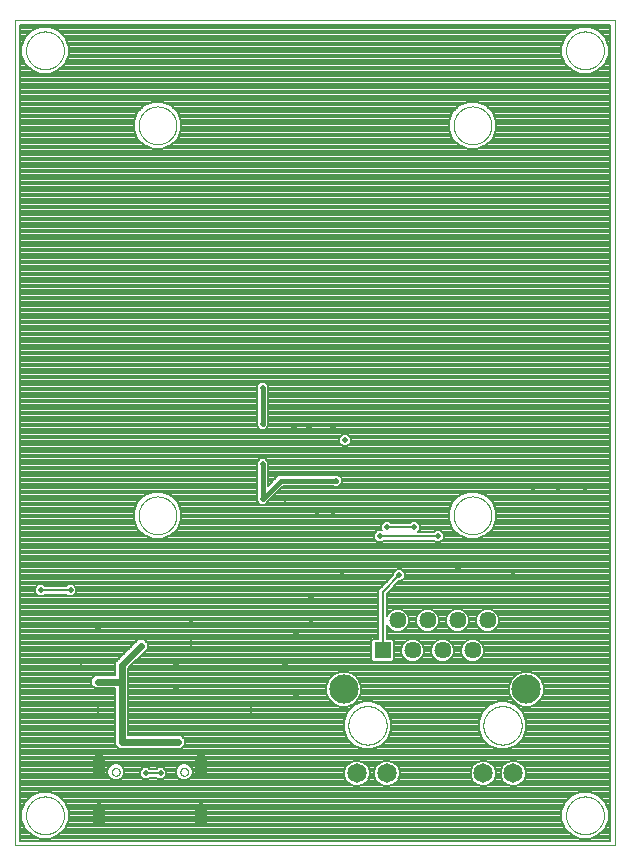
<source format=gbl>
G75*
%MOIN*%
%OFA0B0*%
%FSLAX25Y25*%
%IPPOS*%
%LPD*%
%AMOC8*
5,1,8,0,0,1.08239X$1,22.5*
%
%ADD10C,0.00000*%
%ADD11C,0.03937*%
%ADD12C,0.04134*%
%ADD13C,0.09744*%
%ADD14R,0.05728X0.05728*%
%ADD15C,0.05728*%
%ADD16C,0.06496*%
%ADD17C,0.01969*%
%ADD18C,0.02400*%
%ADD19C,0.00800*%
%ADD20C,0.01600*%
D10*
X0001400Y0013000D02*
X0001400Y0288000D01*
X0201400Y0288000D01*
X0201400Y0013000D01*
X0001400Y0013000D01*
X0005101Y0023000D02*
X0005103Y0023158D01*
X0005109Y0023316D01*
X0005119Y0023474D01*
X0005133Y0023632D01*
X0005151Y0023789D01*
X0005172Y0023946D01*
X0005198Y0024102D01*
X0005228Y0024258D01*
X0005261Y0024413D01*
X0005299Y0024566D01*
X0005340Y0024719D01*
X0005385Y0024871D01*
X0005434Y0025022D01*
X0005487Y0025171D01*
X0005543Y0025319D01*
X0005603Y0025465D01*
X0005667Y0025610D01*
X0005735Y0025753D01*
X0005806Y0025895D01*
X0005880Y0026035D01*
X0005958Y0026172D01*
X0006040Y0026308D01*
X0006124Y0026442D01*
X0006213Y0026573D01*
X0006304Y0026702D01*
X0006399Y0026829D01*
X0006496Y0026954D01*
X0006597Y0027076D01*
X0006701Y0027195D01*
X0006808Y0027312D01*
X0006918Y0027426D01*
X0007031Y0027537D01*
X0007146Y0027646D01*
X0007264Y0027751D01*
X0007385Y0027853D01*
X0007508Y0027953D01*
X0007634Y0028049D01*
X0007762Y0028142D01*
X0007892Y0028232D01*
X0008025Y0028318D01*
X0008160Y0028402D01*
X0008296Y0028481D01*
X0008435Y0028558D01*
X0008576Y0028630D01*
X0008718Y0028700D01*
X0008862Y0028765D01*
X0009008Y0028827D01*
X0009155Y0028885D01*
X0009304Y0028940D01*
X0009454Y0028991D01*
X0009605Y0029038D01*
X0009757Y0029081D01*
X0009910Y0029120D01*
X0010065Y0029156D01*
X0010220Y0029187D01*
X0010376Y0029215D01*
X0010532Y0029239D01*
X0010689Y0029259D01*
X0010847Y0029275D01*
X0011004Y0029287D01*
X0011163Y0029295D01*
X0011321Y0029299D01*
X0011479Y0029299D01*
X0011637Y0029295D01*
X0011796Y0029287D01*
X0011953Y0029275D01*
X0012111Y0029259D01*
X0012268Y0029239D01*
X0012424Y0029215D01*
X0012580Y0029187D01*
X0012735Y0029156D01*
X0012890Y0029120D01*
X0013043Y0029081D01*
X0013195Y0029038D01*
X0013346Y0028991D01*
X0013496Y0028940D01*
X0013645Y0028885D01*
X0013792Y0028827D01*
X0013938Y0028765D01*
X0014082Y0028700D01*
X0014224Y0028630D01*
X0014365Y0028558D01*
X0014504Y0028481D01*
X0014640Y0028402D01*
X0014775Y0028318D01*
X0014908Y0028232D01*
X0015038Y0028142D01*
X0015166Y0028049D01*
X0015292Y0027953D01*
X0015415Y0027853D01*
X0015536Y0027751D01*
X0015654Y0027646D01*
X0015769Y0027537D01*
X0015882Y0027426D01*
X0015992Y0027312D01*
X0016099Y0027195D01*
X0016203Y0027076D01*
X0016304Y0026954D01*
X0016401Y0026829D01*
X0016496Y0026702D01*
X0016587Y0026573D01*
X0016676Y0026442D01*
X0016760Y0026308D01*
X0016842Y0026172D01*
X0016920Y0026035D01*
X0016994Y0025895D01*
X0017065Y0025753D01*
X0017133Y0025610D01*
X0017197Y0025465D01*
X0017257Y0025319D01*
X0017313Y0025171D01*
X0017366Y0025022D01*
X0017415Y0024871D01*
X0017460Y0024719D01*
X0017501Y0024566D01*
X0017539Y0024413D01*
X0017572Y0024258D01*
X0017602Y0024102D01*
X0017628Y0023946D01*
X0017649Y0023789D01*
X0017667Y0023632D01*
X0017681Y0023474D01*
X0017691Y0023316D01*
X0017697Y0023158D01*
X0017699Y0023000D01*
X0017697Y0022842D01*
X0017691Y0022684D01*
X0017681Y0022526D01*
X0017667Y0022368D01*
X0017649Y0022211D01*
X0017628Y0022054D01*
X0017602Y0021898D01*
X0017572Y0021742D01*
X0017539Y0021587D01*
X0017501Y0021434D01*
X0017460Y0021281D01*
X0017415Y0021129D01*
X0017366Y0020978D01*
X0017313Y0020829D01*
X0017257Y0020681D01*
X0017197Y0020535D01*
X0017133Y0020390D01*
X0017065Y0020247D01*
X0016994Y0020105D01*
X0016920Y0019965D01*
X0016842Y0019828D01*
X0016760Y0019692D01*
X0016676Y0019558D01*
X0016587Y0019427D01*
X0016496Y0019298D01*
X0016401Y0019171D01*
X0016304Y0019046D01*
X0016203Y0018924D01*
X0016099Y0018805D01*
X0015992Y0018688D01*
X0015882Y0018574D01*
X0015769Y0018463D01*
X0015654Y0018354D01*
X0015536Y0018249D01*
X0015415Y0018147D01*
X0015292Y0018047D01*
X0015166Y0017951D01*
X0015038Y0017858D01*
X0014908Y0017768D01*
X0014775Y0017682D01*
X0014640Y0017598D01*
X0014504Y0017519D01*
X0014365Y0017442D01*
X0014224Y0017370D01*
X0014082Y0017300D01*
X0013938Y0017235D01*
X0013792Y0017173D01*
X0013645Y0017115D01*
X0013496Y0017060D01*
X0013346Y0017009D01*
X0013195Y0016962D01*
X0013043Y0016919D01*
X0012890Y0016880D01*
X0012735Y0016844D01*
X0012580Y0016813D01*
X0012424Y0016785D01*
X0012268Y0016761D01*
X0012111Y0016741D01*
X0011953Y0016725D01*
X0011796Y0016713D01*
X0011637Y0016705D01*
X0011479Y0016701D01*
X0011321Y0016701D01*
X0011163Y0016705D01*
X0011004Y0016713D01*
X0010847Y0016725D01*
X0010689Y0016741D01*
X0010532Y0016761D01*
X0010376Y0016785D01*
X0010220Y0016813D01*
X0010065Y0016844D01*
X0009910Y0016880D01*
X0009757Y0016919D01*
X0009605Y0016962D01*
X0009454Y0017009D01*
X0009304Y0017060D01*
X0009155Y0017115D01*
X0009008Y0017173D01*
X0008862Y0017235D01*
X0008718Y0017300D01*
X0008576Y0017370D01*
X0008435Y0017442D01*
X0008296Y0017519D01*
X0008160Y0017598D01*
X0008025Y0017682D01*
X0007892Y0017768D01*
X0007762Y0017858D01*
X0007634Y0017951D01*
X0007508Y0018047D01*
X0007385Y0018147D01*
X0007264Y0018249D01*
X0007146Y0018354D01*
X0007031Y0018463D01*
X0006918Y0018574D01*
X0006808Y0018688D01*
X0006701Y0018805D01*
X0006597Y0018924D01*
X0006496Y0019046D01*
X0006399Y0019171D01*
X0006304Y0019298D01*
X0006213Y0019427D01*
X0006124Y0019558D01*
X0006040Y0019692D01*
X0005958Y0019828D01*
X0005880Y0019965D01*
X0005806Y0020105D01*
X0005735Y0020247D01*
X0005667Y0020390D01*
X0005603Y0020535D01*
X0005543Y0020681D01*
X0005487Y0020829D01*
X0005434Y0020978D01*
X0005385Y0021129D01*
X0005340Y0021281D01*
X0005299Y0021434D01*
X0005261Y0021587D01*
X0005228Y0021742D01*
X0005198Y0021898D01*
X0005172Y0022054D01*
X0005151Y0022211D01*
X0005133Y0022368D01*
X0005119Y0022526D01*
X0005109Y0022684D01*
X0005103Y0022842D01*
X0005101Y0023000D01*
X0033742Y0037488D02*
X0033744Y0037559D01*
X0033750Y0037630D01*
X0033760Y0037701D01*
X0033774Y0037770D01*
X0033791Y0037839D01*
X0033813Y0037907D01*
X0033838Y0037974D01*
X0033867Y0038039D01*
X0033899Y0038102D01*
X0033935Y0038164D01*
X0033974Y0038223D01*
X0034017Y0038280D01*
X0034062Y0038335D01*
X0034111Y0038387D01*
X0034162Y0038436D01*
X0034216Y0038482D01*
X0034273Y0038526D01*
X0034331Y0038566D01*
X0034392Y0038602D01*
X0034455Y0038636D01*
X0034520Y0038665D01*
X0034586Y0038691D01*
X0034654Y0038714D01*
X0034722Y0038732D01*
X0034792Y0038747D01*
X0034862Y0038758D01*
X0034933Y0038765D01*
X0035004Y0038768D01*
X0035075Y0038767D01*
X0035146Y0038762D01*
X0035217Y0038753D01*
X0035287Y0038740D01*
X0035356Y0038724D01*
X0035424Y0038703D01*
X0035491Y0038679D01*
X0035557Y0038651D01*
X0035620Y0038619D01*
X0035682Y0038584D01*
X0035742Y0038546D01*
X0035800Y0038504D01*
X0035855Y0038460D01*
X0035908Y0038412D01*
X0035958Y0038361D01*
X0036005Y0038308D01*
X0036049Y0038252D01*
X0036090Y0038194D01*
X0036128Y0038133D01*
X0036162Y0038071D01*
X0036192Y0038006D01*
X0036219Y0037941D01*
X0036243Y0037873D01*
X0036262Y0037805D01*
X0036278Y0037736D01*
X0036290Y0037665D01*
X0036298Y0037595D01*
X0036302Y0037524D01*
X0036302Y0037452D01*
X0036298Y0037381D01*
X0036290Y0037311D01*
X0036278Y0037240D01*
X0036262Y0037171D01*
X0036243Y0037103D01*
X0036219Y0037035D01*
X0036192Y0036970D01*
X0036162Y0036905D01*
X0036128Y0036843D01*
X0036090Y0036782D01*
X0036049Y0036724D01*
X0036005Y0036668D01*
X0035958Y0036615D01*
X0035908Y0036564D01*
X0035855Y0036516D01*
X0035800Y0036472D01*
X0035742Y0036430D01*
X0035682Y0036392D01*
X0035620Y0036357D01*
X0035557Y0036325D01*
X0035491Y0036297D01*
X0035424Y0036273D01*
X0035356Y0036252D01*
X0035287Y0036236D01*
X0035217Y0036223D01*
X0035146Y0036214D01*
X0035075Y0036209D01*
X0035004Y0036208D01*
X0034933Y0036211D01*
X0034862Y0036218D01*
X0034792Y0036229D01*
X0034722Y0036244D01*
X0034654Y0036262D01*
X0034586Y0036285D01*
X0034520Y0036311D01*
X0034455Y0036340D01*
X0034392Y0036374D01*
X0034331Y0036410D01*
X0034273Y0036450D01*
X0034216Y0036494D01*
X0034162Y0036540D01*
X0034111Y0036589D01*
X0034062Y0036641D01*
X0034017Y0036696D01*
X0033974Y0036753D01*
X0033935Y0036812D01*
X0033899Y0036874D01*
X0033867Y0036937D01*
X0033838Y0037002D01*
X0033813Y0037069D01*
X0033791Y0037137D01*
X0033774Y0037206D01*
X0033760Y0037275D01*
X0033750Y0037346D01*
X0033744Y0037417D01*
X0033742Y0037488D01*
X0056498Y0037488D02*
X0056500Y0037559D01*
X0056506Y0037630D01*
X0056516Y0037701D01*
X0056530Y0037770D01*
X0056547Y0037839D01*
X0056569Y0037907D01*
X0056594Y0037974D01*
X0056623Y0038039D01*
X0056655Y0038102D01*
X0056691Y0038164D01*
X0056730Y0038223D01*
X0056773Y0038280D01*
X0056818Y0038335D01*
X0056867Y0038387D01*
X0056918Y0038436D01*
X0056972Y0038482D01*
X0057029Y0038526D01*
X0057087Y0038566D01*
X0057148Y0038602D01*
X0057211Y0038636D01*
X0057276Y0038665D01*
X0057342Y0038691D01*
X0057410Y0038714D01*
X0057478Y0038732D01*
X0057548Y0038747D01*
X0057618Y0038758D01*
X0057689Y0038765D01*
X0057760Y0038768D01*
X0057831Y0038767D01*
X0057902Y0038762D01*
X0057973Y0038753D01*
X0058043Y0038740D01*
X0058112Y0038724D01*
X0058180Y0038703D01*
X0058247Y0038679D01*
X0058313Y0038651D01*
X0058376Y0038619D01*
X0058438Y0038584D01*
X0058498Y0038546D01*
X0058556Y0038504D01*
X0058611Y0038460D01*
X0058664Y0038412D01*
X0058714Y0038361D01*
X0058761Y0038308D01*
X0058805Y0038252D01*
X0058846Y0038194D01*
X0058884Y0038133D01*
X0058918Y0038071D01*
X0058948Y0038006D01*
X0058975Y0037941D01*
X0058999Y0037873D01*
X0059018Y0037805D01*
X0059034Y0037736D01*
X0059046Y0037665D01*
X0059054Y0037595D01*
X0059058Y0037524D01*
X0059058Y0037452D01*
X0059054Y0037381D01*
X0059046Y0037311D01*
X0059034Y0037240D01*
X0059018Y0037171D01*
X0058999Y0037103D01*
X0058975Y0037035D01*
X0058948Y0036970D01*
X0058918Y0036905D01*
X0058884Y0036843D01*
X0058846Y0036782D01*
X0058805Y0036724D01*
X0058761Y0036668D01*
X0058714Y0036615D01*
X0058664Y0036564D01*
X0058611Y0036516D01*
X0058556Y0036472D01*
X0058498Y0036430D01*
X0058438Y0036392D01*
X0058376Y0036357D01*
X0058313Y0036325D01*
X0058247Y0036297D01*
X0058180Y0036273D01*
X0058112Y0036252D01*
X0058043Y0036236D01*
X0057973Y0036223D01*
X0057902Y0036214D01*
X0057831Y0036209D01*
X0057760Y0036208D01*
X0057689Y0036211D01*
X0057618Y0036218D01*
X0057548Y0036229D01*
X0057478Y0036244D01*
X0057410Y0036262D01*
X0057342Y0036285D01*
X0057276Y0036311D01*
X0057211Y0036340D01*
X0057148Y0036374D01*
X0057087Y0036410D01*
X0057029Y0036450D01*
X0056972Y0036494D01*
X0056918Y0036540D01*
X0056867Y0036589D01*
X0056818Y0036641D01*
X0056773Y0036696D01*
X0056730Y0036753D01*
X0056691Y0036812D01*
X0056655Y0036874D01*
X0056623Y0036937D01*
X0056594Y0037002D01*
X0056569Y0037069D01*
X0056547Y0037137D01*
X0056530Y0037206D01*
X0056516Y0037275D01*
X0056506Y0037346D01*
X0056500Y0037417D01*
X0056498Y0037488D01*
X0112502Y0053000D02*
X0112504Y0053160D01*
X0112510Y0053319D01*
X0112520Y0053478D01*
X0112534Y0053637D01*
X0112552Y0053796D01*
X0112573Y0053954D01*
X0112599Y0054111D01*
X0112629Y0054268D01*
X0112662Y0054424D01*
X0112700Y0054579D01*
X0112741Y0054733D01*
X0112786Y0054886D01*
X0112835Y0055038D01*
X0112888Y0055188D01*
X0112944Y0055337D01*
X0113004Y0055485D01*
X0113068Y0055631D01*
X0113136Y0055776D01*
X0113207Y0055919D01*
X0113281Y0056060D01*
X0113359Y0056199D01*
X0113441Y0056336D01*
X0113526Y0056471D01*
X0113614Y0056604D01*
X0113705Y0056735D01*
X0113800Y0056863D01*
X0113898Y0056989D01*
X0113999Y0057113D01*
X0114103Y0057233D01*
X0114210Y0057352D01*
X0114320Y0057467D01*
X0114433Y0057580D01*
X0114548Y0057690D01*
X0114667Y0057797D01*
X0114787Y0057901D01*
X0114911Y0058002D01*
X0115037Y0058100D01*
X0115165Y0058195D01*
X0115296Y0058286D01*
X0115429Y0058374D01*
X0115564Y0058459D01*
X0115701Y0058541D01*
X0115840Y0058619D01*
X0115981Y0058693D01*
X0116124Y0058764D01*
X0116269Y0058832D01*
X0116415Y0058896D01*
X0116563Y0058956D01*
X0116712Y0059012D01*
X0116862Y0059065D01*
X0117014Y0059114D01*
X0117167Y0059159D01*
X0117321Y0059200D01*
X0117476Y0059238D01*
X0117632Y0059271D01*
X0117789Y0059301D01*
X0117946Y0059327D01*
X0118104Y0059348D01*
X0118263Y0059366D01*
X0118422Y0059380D01*
X0118581Y0059390D01*
X0118740Y0059396D01*
X0118900Y0059398D01*
X0119060Y0059396D01*
X0119219Y0059390D01*
X0119378Y0059380D01*
X0119537Y0059366D01*
X0119696Y0059348D01*
X0119854Y0059327D01*
X0120011Y0059301D01*
X0120168Y0059271D01*
X0120324Y0059238D01*
X0120479Y0059200D01*
X0120633Y0059159D01*
X0120786Y0059114D01*
X0120938Y0059065D01*
X0121088Y0059012D01*
X0121237Y0058956D01*
X0121385Y0058896D01*
X0121531Y0058832D01*
X0121676Y0058764D01*
X0121819Y0058693D01*
X0121960Y0058619D01*
X0122099Y0058541D01*
X0122236Y0058459D01*
X0122371Y0058374D01*
X0122504Y0058286D01*
X0122635Y0058195D01*
X0122763Y0058100D01*
X0122889Y0058002D01*
X0123013Y0057901D01*
X0123133Y0057797D01*
X0123252Y0057690D01*
X0123367Y0057580D01*
X0123480Y0057467D01*
X0123590Y0057352D01*
X0123697Y0057233D01*
X0123801Y0057113D01*
X0123902Y0056989D01*
X0124000Y0056863D01*
X0124095Y0056735D01*
X0124186Y0056604D01*
X0124274Y0056471D01*
X0124359Y0056336D01*
X0124441Y0056199D01*
X0124519Y0056060D01*
X0124593Y0055919D01*
X0124664Y0055776D01*
X0124732Y0055631D01*
X0124796Y0055485D01*
X0124856Y0055337D01*
X0124912Y0055188D01*
X0124965Y0055038D01*
X0125014Y0054886D01*
X0125059Y0054733D01*
X0125100Y0054579D01*
X0125138Y0054424D01*
X0125171Y0054268D01*
X0125201Y0054111D01*
X0125227Y0053954D01*
X0125248Y0053796D01*
X0125266Y0053637D01*
X0125280Y0053478D01*
X0125290Y0053319D01*
X0125296Y0053160D01*
X0125298Y0053000D01*
X0125296Y0052840D01*
X0125290Y0052681D01*
X0125280Y0052522D01*
X0125266Y0052363D01*
X0125248Y0052204D01*
X0125227Y0052046D01*
X0125201Y0051889D01*
X0125171Y0051732D01*
X0125138Y0051576D01*
X0125100Y0051421D01*
X0125059Y0051267D01*
X0125014Y0051114D01*
X0124965Y0050962D01*
X0124912Y0050812D01*
X0124856Y0050663D01*
X0124796Y0050515D01*
X0124732Y0050369D01*
X0124664Y0050224D01*
X0124593Y0050081D01*
X0124519Y0049940D01*
X0124441Y0049801D01*
X0124359Y0049664D01*
X0124274Y0049529D01*
X0124186Y0049396D01*
X0124095Y0049265D01*
X0124000Y0049137D01*
X0123902Y0049011D01*
X0123801Y0048887D01*
X0123697Y0048767D01*
X0123590Y0048648D01*
X0123480Y0048533D01*
X0123367Y0048420D01*
X0123252Y0048310D01*
X0123133Y0048203D01*
X0123013Y0048099D01*
X0122889Y0047998D01*
X0122763Y0047900D01*
X0122635Y0047805D01*
X0122504Y0047714D01*
X0122371Y0047626D01*
X0122236Y0047541D01*
X0122099Y0047459D01*
X0121960Y0047381D01*
X0121819Y0047307D01*
X0121676Y0047236D01*
X0121531Y0047168D01*
X0121385Y0047104D01*
X0121237Y0047044D01*
X0121088Y0046988D01*
X0120938Y0046935D01*
X0120786Y0046886D01*
X0120633Y0046841D01*
X0120479Y0046800D01*
X0120324Y0046762D01*
X0120168Y0046729D01*
X0120011Y0046699D01*
X0119854Y0046673D01*
X0119696Y0046652D01*
X0119537Y0046634D01*
X0119378Y0046620D01*
X0119219Y0046610D01*
X0119060Y0046604D01*
X0118900Y0046602D01*
X0118740Y0046604D01*
X0118581Y0046610D01*
X0118422Y0046620D01*
X0118263Y0046634D01*
X0118104Y0046652D01*
X0117946Y0046673D01*
X0117789Y0046699D01*
X0117632Y0046729D01*
X0117476Y0046762D01*
X0117321Y0046800D01*
X0117167Y0046841D01*
X0117014Y0046886D01*
X0116862Y0046935D01*
X0116712Y0046988D01*
X0116563Y0047044D01*
X0116415Y0047104D01*
X0116269Y0047168D01*
X0116124Y0047236D01*
X0115981Y0047307D01*
X0115840Y0047381D01*
X0115701Y0047459D01*
X0115564Y0047541D01*
X0115429Y0047626D01*
X0115296Y0047714D01*
X0115165Y0047805D01*
X0115037Y0047900D01*
X0114911Y0047998D01*
X0114787Y0048099D01*
X0114667Y0048203D01*
X0114548Y0048310D01*
X0114433Y0048420D01*
X0114320Y0048533D01*
X0114210Y0048648D01*
X0114103Y0048767D01*
X0113999Y0048887D01*
X0113898Y0049011D01*
X0113800Y0049137D01*
X0113705Y0049265D01*
X0113614Y0049396D01*
X0113526Y0049529D01*
X0113441Y0049664D01*
X0113359Y0049801D01*
X0113281Y0049940D01*
X0113207Y0050081D01*
X0113136Y0050224D01*
X0113068Y0050369D01*
X0113004Y0050515D01*
X0112944Y0050663D01*
X0112888Y0050812D01*
X0112835Y0050962D01*
X0112786Y0051114D01*
X0112741Y0051267D01*
X0112700Y0051421D01*
X0112662Y0051576D01*
X0112629Y0051732D01*
X0112599Y0051889D01*
X0112573Y0052046D01*
X0112552Y0052204D01*
X0112534Y0052363D01*
X0112520Y0052522D01*
X0112510Y0052681D01*
X0112504Y0052840D01*
X0112502Y0053000D01*
X0147601Y0123000D02*
X0147603Y0123158D01*
X0147609Y0123316D01*
X0147619Y0123474D01*
X0147633Y0123632D01*
X0147651Y0123789D01*
X0147672Y0123946D01*
X0147698Y0124102D01*
X0147728Y0124258D01*
X0147761Y0124413D01*
X0147799Y0124566D01*
X0147840Y0124719D01*
X0147885Y0124871D01*
X0147934Y0125022D01*
X0147987Y0125171D01*
X0148043Y0125319D01*
X0148103Y0125465D01*
X0148167Y0125610D01*
X0148235Y0125753D01*
X0148306Y0125895D01*
X0148380Y0126035D01*
X0148458Y0126172D01*
X0148540Y0126308D01*
X0148624Y0126442D01*
X0148713Y0126573D01*
X0148804Y0126702D01*
X0148899Y0126829D01*
X0148996Y0126954D01*
X0149097Y0127076D01*
X0149201Y0127195D01*
X0149308Y0127312D01*
X0149418Y0127426D01*
X0149531Y0127537D01*
X0149646Y0127646D01*
X0149764Y0127751D01*
X0149885Y0127853D01*
X0150008Y0127953D01*
X0150134Y0128049D01*
X0150262Y0128142D01*
X0150392Y0128232D01*
X0150525Y0128318D01*
X0150660Y0128402D01*
X0150796Y0128481D01*
X0150935Y0128558D01*
X0151076Y0128630D01*
X0151218Y0128700D01*
X0151362Y0128765D01*
X0151508Y0128827D01*
X0151655Y0128885D01*
X0151804Y0128940D01*
X0151954Y0128991D01*
X0152105Y0129038D01*
X0152257Y0129081D01*
X0152410Y0129120D01*
X0152565Y0129156D01*
X0152720Y0129187D01*
X0152876Y0129215D01*
X0153032Y0129239D01*
X0153189Y0129259D01*
X0153347Y0129275D01*
X0153504Y0129287D01*
X0153663Y0129295D01*
X0153821Y0129299D01*
X0153979Y0129299D01*
X0154137Y0129295D01*
X0154296Y0129287D01*
X0154453Y0129275D01*
X0154611Y0129259D01*
X0154768Y0129239D01*
X0154924Y0129215D01*
X0155080Y0129187D01*
X0155235Y0129156D01*
X0155390Y0129120D01*
X0155543Y0129081D01*
X0155695Y0129038D01*
X0155846Y0128991D01*
X0155996Y0128940D01*
X0156145Y0128885D01*
X0156292Y0128827D01*
X0156438Y0128765D01*
X0156582Y0128700D01*
X0156724Y0128630D01*
X0156865Y0128558D01*
X0157004Y0128481D01*
X0157140Y0128402D01*
X0157275Y0128318D01*
X0157408Y0128232D01*
X0157538Y0128142D01*
X0157666Y0128049D01*
X0157792Y0127953D01*
X0157915Y0127853D01*
X0158036Y0127751D01*
X0158154Y0127646D01*
X0158269Y0127537D01*
X0158382Y0127426D01*
X0158492Y0127312D01*
X0158599Y0127195D01*
X0158703Y0127076D01*
X0158804Y0126954D01*
X0158901Y0126829D01*
X0158996Y0126702D01*
X0159087Y0126573D01*
X0159176Y0126442D01*
X0159260Y0126308D01*
X0159342Y0126172D01*
X0159420Y0126035D01*
X0159494Y0125895D01*
X0159565Y0125753D01*
X0159633Y0125610D01*
X0159697Y0125465D01*
X0159757Y0125319D01*
X0159813Y0125171D01*
X0159866Y0125022D01*
X0159915Y0124871D01*
X0159960Y0124719D01*
X0160001Y0124566D01*
X0160039Y0124413D01*
X0160072Y0124258D01*
X0160102Y0124102D01*
X0160128Y0123946D01*
X0160149Y0123789D01*
X0160167Y0123632D01*
X0160181Y0123474D01*
X0160191Y0123316D01*
X0160197Y0123158D01*
X0160199Y0123000D01*
X0160197Y0122842D01*
X0160191Y0122684D01*
X0160181Y0122526D01*
X0160167Y0122368D01*
X0160149Y0122211D01*
X0160128Y0122054D01*
X0160102Y0121898D01*
X0160072Y0121742D01*
X0160039Y0121587D01*
X0160001Y0121434D01*
X0159960Y0121281D01*
X0159915Y0121129D01*
X0159866Y0120978D01*
X0159813Y0120829D01*
X0159757Y0120681D01*
X0159697Y0120535D01*
X0159633Y0120390D01*
X0159565Y0120247D01*
X0159494Y0120105D01*
X0159420Y0119965D01*
X0159342Y0119828D01*
X0159260Y0119692D01*
X0159176Y0119558D01*
X0159087Y0119427D01*
X0158996Y0119298D01*
X0158901Y0119171D01*
X0158804Y0119046D01*
X0158703Y0118924D01*
X0158599Y0118805D01*
X0158492Y0118688D01*
X0158382Y0118574D01*
X0158269Y0118463D01*
X0158154Y0118354D01*
X0158036Y0118249D01*
X0157915Y0118147D01*
X0157792Y0118047D01*
X0157666Y0117951D01*
X0157538Y0117858D01*
X0157408Y0117768D01*
X0157275Y0117682D01*
X0157140Y0117598D01*
X0157004Y0117519D01*
X0156865Y0117442D01*
X0156724Y0117370D01*
X0156582Y0117300D01*
X0156438Y0117235D01*
X0156292Y0117173D01*
X0156145Y0117115D01*
X0155996Y0117060D01*
X0155846Y0117009D01*
X0155695Y0116962D01*
X0155543Y0116919D01*
X0155390Y0116880D01*
X0155235Y0116844D01*
X0155080Y0116813D01*
X0154924Y0116785D01*
X0154768Y0116761D01*
X0154611Y0116741D01*
X0154453Y0116725D01*
X0154296Y0116713D01*
X0154137Y0116705D01*
X0153979Y0116701D01*
X0153821Y0116701D01*
X0153663Y0116705D01*
X0153504Y0116713D01*
X0153347Y0116725D01*
X0153189Y0116741D01*
X0153032Y0116761D01*
X0152876Y0116785D01*
X0152720Y0116813D01*
X0152565Y0116844D01*
X0152410Y0116880D01*
X0152257Y0116919D01*
X0152105Y0116962D01*
X0151954Y0117009D01*
X0151804Y0117060D01*
X0151655Y0117115D01*
X0151508Y0117173D01*
X0151362Y0117235D01*
X0151218Y0117300D01*
X0151076Y0117370D01*
X0150935Y0117442D01*
X0150796Y0117519D01*
X0150660Y0117598D01*
X0150525Y0117682D01*
X0150392Y0117768D01*
X0150262Y0117858D01*
X0150134Y0117951D01*
X0150008Y0118047D01*
X0149885Y0118147D01*
X0149764Y0118249D01*
X0149646Y0118354D01*
X0149531Y0118463D01*
X0149418Y0118574D01*
X0149308Y0118688D01*
X0149201Y0118805D01*
X0149097Y0118924D01*
X0148996Y0119046D01*
X0148899Y0119171D01*
X0148804Y0119298D01*
X0148713Y0119427D01*
X0148624Y0119558D01*
X0148540Y0119692D01*
X0148458Y0119828D01*
X0148380Y0119965D01*
X0148306Y0120105D01*
X0148235Y0120247D01*
X0148167Y0120390D01*
X0148103Y0120535D01*
X0148043Y0120681D01*
X0147987Y0120829D01*
X0147934Y0120978D01*
X0147885Y0121129D01*
X0147840Y0121281D01*
X0147799Y0121434D01*
X0147761Y0121587D01*
X0147728Y0121742D01*
X0147698Y0121898D01*
X0147672Y0122054D01*
X0147651Y0122211D01*
X0147633Y0122368D01*
X0147619Y0122526D01*
X0147609Y0122684D01*
X0147603Y0122842D01*
X0147601Y0123000D01*
X0157502Y0053000D02*
X0157504Y0053160D01*
X0157510Y0053319D01*
X0157520Y0053478D01*
X0157534Y0053637D01*
X0157552Y0053796D01*
X0157573Y0053954D01*
X0157599Y0054111D01*
X0157629Y0054268D01*
X0157662Y0054424D01*
X0157700Y0054579D01*
X0157741Y0054733D01*
X0157786Y0054886D01*
X0157835Y0055038D01*
X0157888Y0055188D01*
X0157944Y0055337D01*
X0158004Y0055485D01*
X0158068Y0055631D01*
X0158136Y0055776D01*
X0158207Y0055919D01*
X0158281Y0056060D01*
X0158359Y0056199D01*
X0158441Y0056336D01*
X0158526Y0056471D01*
X0158614Y0056604D01*
X0158705Y0056735D01*
X0158800Y0056863D01*
X0158898Y0056989D01*
X0158999Y0057113D01*
X0159103Y0057233D01*
X0159210Y0057352D01*
X0159320Y0057467D01*
X0159433Y0057580D01*
X0159548Y0057690D01*
X0159667Y0057797D01*
X0159787Y0057901D01*
X0159911Y0058002D01*
X0160037Y0058100D01*
X0160165Y0058195D01*
X0160296Y0058286D01*
X0160429Y0058374D01*
X0160564Y0058459D01*
X0160701Y0058541D01*
X0160840Y0058619D01*
X0160981Y0058693D01*
X0161124Y0058764D01*
X0161269Y0058832D01*
X0161415Y0058896D01*
X0161563Y0058956D01*
X0161712Y0059012D01*
X0161862Y0059065D01*
X0162014Y0059114D01*
X0162167Y0059159D01*
X0162321Y0059200D01*
X0162476Y0059238D01*
X0162632Y0059271D01*
X0162789Y0059301D01*
X0162946Y0059327D01*
X0163104Y0059348D01*
X0163263Y0059366D01*
X0163422Y0059380D01*
X0163581Y0059390D01*
X0163740Y0059396D01*
X0163900Y0059398D01*
X0164060Y0059396D01*
X0164219Y0059390D01*
X0164378Y0059380D01*
X0164537Y0059366D01*
X0164696Y0059348D01*
X0164854Y0059327D01*
X0165011Y0059301D01*
X0165168Y0059271D01*
X0165324Y0059238D01*
X0165479Y0059200D01*
X0165633Y0059159D01*
X0165786Y0059114D01*
X0165938Y0059065D01*
X0166088Y0059012D01*
X0166237Y0058956D01*
X0166385Y0058896D01*
X0166531Y0058832D01*
X0166676Y0058764D01*
X0166819Y0058693D01*
X0166960Y0058619D01*
X0167099Y0058541D01*
X0167236Y0058459D01*
X0167371Y0058374D01*
X0167504Y0058286D01*
X0167635Y0058195D01*
X0167763Y0058100D01*
X0167889Y0058002D01*
X0168013Y0057901D01*
X0168133Y0057797D01*
X0168252Y0057690D01*
X0168367Y0057580D01*
X0168480Y0057467D01*
X0168590Y0057352D01*
X0168697Y0057233D01*
X0168801Y0057113D01*
X0168902Y0056989D01*
X0169000Y0056863D01*
X0169095Y0056735D01*
X0169186Y0056604D01*
X0169274Y0056471D01*
X0169359Y0056336D01*
X0169441Y0056199D01*
X0169519Y0056060D01*
X0169593Y0055919D01*
X0169664Y0055776D01*
X0169732Y0055631D01*
X0169796Y0055485D01*
X0169856Y0055337D01*
X0169912Y0055188D01*
X0169965Y0055038D01*
X0170014Y0054886D01*
X0170059Y0054733D01*
X0170100Y0054579D01*
X0170138Y0054424D01*
X0170171Y0054268D01*
X0170201Y0054111D01*
X0170227Y0053954D01*
X0170248Y0053796D01*
X0170266Y0053637D01*
X0170280Y0053478D01*
X0170290Y0053319D01*
X0170296Y0053160D01*
X0170298Y0053000D01*
X0170296Y0052840D01*
X0170290Y0052681D01*
X0170280Y0052522D01*
X0170266Y0052363D01*
X0170248Y0052204D01*
X0170227Y0052046D01*
X0170201Y0051889D01*
X0170171Y0051732D01*
X0170138Y0051576D01*
X0170100Y0051421D01*
X0170059Y0051267D01*
X0170014Y0051114D01*
X0169965Y0050962D01*
X0169912Y0050812D01*
X0169856Y0050663D01*
X0169796Y0050515D01*
X0169732Y0050369D01*
X0169664Y0050224D01*
X0169593Y0050081D01*
X0169519Y0049940D01*
X0169441Y0049801D01*
X0169359Y0049664D01*
X0169274Y0049529D01*
X0169186Y0049396D01*
X0169095Y0049265D01*
X0169000Y0049137D01*
X0168902Y0049011D01*
X0168801Y0048887D01*
X0168697Y0048767D01*
X0168590Y0048648D01*
X0168480Y0048533D01*
X0168367Y0048420D01*
X0168252Y0048310D01*
X0168133Y0048203D01*
X0168013Y0048099D01*
X0167889Y0047998D01*
X0167763Y0047900D01*
X0167635Y0047805D01*
X0167504Y0047714D01*
X0167371Y0047626D01*
X0167236Y0047541D01*
X0167099Y0047459D01*
X0166960Y0047381D01*
X0166819Y0047307D01*
X0166676Y0047236D01*
X0166531Y0047168D01*
X0166385Y0047104D01*
X0166237Y0047044D01*
X0166088Y0046988D01*
X0165938Y0046935D01*
X0165786Y0046886D01*
X0165633Y0046841D01*
X0165479Y0046800D01*
X0165324Y0046762D01*
X0165168Y0046729D01*
X0165011Y0046699D01*
X0164854Y0046673D01*
X0164696Y0046652D01*
X0164537Y0046634D01*
X0164378Y0046620D01*
X0164219Y0046610D01*
X0164060Y0046604D01*
X0163900Y0046602D01*
X0163740Y0046604D01*
X0163581Y0046610D01*
X0163422Y0046620D01*
X0163263Y0046634D01*
X0163104Y0046652D01*
X0162946Y0046673D01*
X0162789Y0046699D01*
X0162632Y0046729D01*
X0162476Y0046762D01*
X0162321Y0046800D01*
X0162167Y0046841D01*
X0162014Y0046886D01*
X0161862Y0046935D01*
X0161712Y0046988D01*
X0161563Y0047044D01*
X0161415Y0047104D01*
X0161269Y0047168D01*
X0161124Y0047236D01*
X0160981Y0047307D01*
X0160840Y0047381D01*
X0160701Y0047459D01*
X0160564Y0047541D01*
X0160429Y0047626D01*
X0160296Y0047714D01*
X0160165Y0047805D01*
X0160037Y0047900D01*
X0159911Y0047998D01*
X0159787Y0048099D01*
X0159667Y0048203D01*
X0159548Y0048310D01*
X0159433Y0048420D01*
X0159320Y0048533D01*
X0159210Y0048648D01*
X0159103Y0048767D01*
X0158999Y0048887D01*
X0158898Y0049011D01*
X0158800Y0049137D01*
X0158705Y0049265D01*
X0158614Y0049396D01*
X0158526Y0049529D01*
X0158441Y0049664D01*
X0158359Y0049801D01*
X0158281Y0049940D01*
X0158207Y0050081D01*
X0158136Y0050224D01*
X0158068Y0050369D01*
X0158004Y0050515D01*
X0157944Y0050663D01*
X0157888Y0050812D01*
X0157835Y0050962D01*
X0157786Y0051114D01*
X0157741Y0051267D01*
X0157700Y0051421D01*
X0157662Y0051576D01*
X0157629Y0051732D01*
X0157599Y0051889D01*
X0157573Y0052046D01*
X0157552Y0052204D01*
X0157534Y0052363D01*
X0157520Y0052522D01*
X0157510Y0052681D01*
X0157504Y0052840D01*
X0157502Y0053000D01*
X0185101Y0023000D02*
X0185103Y0023158D01*
X0185109Y0023316D01*
X0185119Y0023474D01*
X0185133Y0023632D01*
X0185151Y0023789D01*
X0185172Y0023946D01*
X0185198Y0024102D01*
X0185228Y0024258D01*
X0185261Y0024413D01*
X0185299Y0024566D01*
X0185340Y0024719D01*
X0185385Y0024871D01*
X0185434Y0025022D01*
X0185487Y0025171D01*
X0185543Y0025319D01*
X0185603Y0025465D01*
X0185667Y0025610D01*
X0185735Y0025753D01*
X0185806Y0025895D01*
X0185880Y0026035D01*
X0185958Y0026172D01*
X0186040Y0026308D01*
X0186124Y0026442D01*
X0186213Y0026573D01*
X0186304Y0026702D01*
X0186399Y0026829D01*
X0186496Y0026954D01*
X0186597Y0027076D01*
X0186701Y0027195D01*
X0186808Y0027312D01*
X0186918Y0027426D01*
X0187031Y0027537D01*
X0187146Y0027646D01*
X0187264Y0027751D01*
X0187385Y0027853D01*
X0187508Y0027953D01*
X0187634Y0028049D01*
X0187762Y0028142D01*
X0187892Y0028232D01*
X0188025Y0028318D01*
X0188160Y0028402D01*
X0188296Y0028481D01*
X0188435Y0028558D01*
X0188576Y0028630D01*
X0188718Y0028700D01*
X0188862Y0028765D01*
X0189008Y0028827D01*
X0189155Y0028885D01*
X0189304Y0028940D01*
X0189454Y0028991D01*
X0189605Y0029038D01*
X0189757Y0029081D01*
X0189910Y0029120D01*
X0190065Y0029156D01*
X0190220Y0029187D01*
X0190376Y0029215D01*
X0190532Y0029239D01*
X0190689Y0029259D01*
X0190847Y0029275D01*
X0191004Y0029287D01*
X0191163Y0029295D01*
X0191321Y0029299D01*
X0191479Y0029299D01*
X0191637Y0029295D01*
X0191796Y0029287D01*
X0191953Y0029275D01*
X0192111Y0029259D01*
X0192268Y0029239D01*
X0192424Y0029215D01*
X0192580Y0029187D01*
X0192735Y0029156D01*
X0192890Y0029120D01*
X0193043Y0029081D01*
X0193195Y0029038D01*
X0193346Y0028991D01*
X0193496Y0028940D01*
X0193645Y0028885D01*
X0193792Y0028827D01*
X0193938Y0028765D01*
X0194082Y0028700D01*
X0194224Y0028630D01*
X0194365Y0028558D01*
X0194504Y0028481D01*
X0194640Y0028402D01*
X0194775Y0028318D01*
X0194908Y0028232D01*
X0195038Y0028142D01*
X0195166Y0028049D01*
X0195292Y0027953D01*
X0195415Y0027853D01*
X0195536Y0027751D01*
X0195654Y0027646D01*
X0195769Y0027537D01*
X0195882Y0027426D01*
X0195992Y0027312D01*
X0196099Y0027195D01*
X0196203Y0027076D01*
X0196304Y0026954D01*
X0196401Y0026829D01*
X0196496Y0026702D01*
X0196587Y0026573D01*
X0196676Y0026442D01*
X0196760Y0026308D01*
X0196842Y0026172D01*
X0196920Y0026035D01*
X0196994Y0025895D01*
X0197065Y0025753D01*
X0197133Y0025610D01*
X0197197Y0025465D01*
X0197257Y0025319D01*
X0197313Y0025171D01*
X0197366Y0025022D01*
X0197415Y0024871D01*
X0197460Y0024719D01*
X0197501Y0024566D01*
X0197539Y0024413D01*
X0197572Y0024258D01*
X0197602Y0024102D01*
X0197628Y0023946D01*
X0197649Y0023789D01*
X0197667Y0023632D01*
X0197681Y0023474D01*
X0197691Y0023316D01*
X0197697Y0023158D01*
X0197699Y0023000D01*
X0197697Y0022842D01*
X0197691Y0022684D01*
X0197681Y0022526D01*
X0197667Y0022368D01*
X0197649Y0022211D01*
X0197628Y0022054D01*
X0197602Y0021898D01*
X0197572Y0021742D01*
X0197539Y0021587D01*
X0197501Y0021434D01*
X0197460Y0021281D01*
X0197415Y0021129D01*
X0197366Y0020978D01*
X0197313Y0020829D01*
X0197257Y0020681D01*
X0197197Y0020535D01*
X0197133Y0020390D01*
X0197065Y0020247D01*
X0196994Y0020105D01*
X0196920Y0019965D01*
X0196842Y0019828D01*
X0196760Y0019692D01*
X0196676Y0019558D01*
X0196587Y0019427D01*
X0196496Y0019298D01*
X0196401Y0019171D01*
X0196304Y0019046D01*
X0196203Y0018924D01*
X0196099Y0018805D01*
X0195992Y0018688D01*
X0195882Y0018574D01*
X0195769Y0018463D01*
X0195654Y0018354D01*
X0195536Y0018249D01*
X0195415Y0018147D01*
X0195292Y0018047D01*
X0195166Y0017951D01*
X0195038Y0017858D01*
X0194908Y0017768D01*
X0194775Y0017682D01*
X0194640Y0017598D01*
X0194504Y0017519D01*
X0194365Y0017442D01*
X0194224Y0017370D01*
X0194082Y0017300D01*
X0193938Y0017235D01*
X0193792Y0017173D01*
X0193645Y0017115D01*
X0193496Y0017060D01*
X0193346Y0017009D01*
X0193195Y0016962D01*
X0193043Y0016919D01*
X0192890Y0016880D01*
X0192735Y0016844D01*
X0192580Y0016813D01*
X0192424Y0016785D01*
X0192268Y0016761D01*
X0192111Y0016741D01*
X0191953Y0016725D01*
X0191796Y0016713D01*
X0191637Y0016705D01*
X0191479Y0016701D01*
X0191321Y0016701D01*
X0191163Y0016705D01*
X0191004Y0016713D01*
X0190847Y0016725D01*
X0190689Y0016741D01*
X0190532Y0016761D01*
X0190376Y0016785D01*
X0190220Y0016813D01*
X0190065Y0016844D01*
X0189910Y0016880D01*
X0189757Y0016919D01*
X0189605Y0016962D01*
X0189454Y0017009D01*
X0189304Y0017060D01*
X0189155Y0017115D01*
X0189008Y0017173D01*
X0188862Y0017235D01*
X0188718Y0017300D01*
X0188576Y0017370D01*
X0188435Y0017442D01*
X0188296Y0017519D01*
X0188160Y0017598D01*
X0188025Y0017682D01*
X0187892Y0017768D01*
X0187762Y0017858D01*
X0187634Y0017951D01*
X0187508Y0018047D01*
X0187385Y0018147D01*
X0187264Y0018249D01*
X0187146Y0018354D01*
X0187031Y0018463D01*
X0186918Y0018574D01*
X0186808Y0018688D01*
X0186701Y0018805D01*
X0186597Y0018924D01*
X0186496Y0019046D01*
X0186399Y0019171D01*
X0186304Y0019298D01*
X0186213Y0019427D01*
X0186124Y0019558D01*
X0186040Y0019692D01*
X0185958Y0019828D01*
X0185880Y0019965D01*
X0185806Y0020105D01*
X0185735Y0020247D01*
X0185667Y0020390D01*
X0185603Y0020535D01*
X0185543Y0020681D01*
X0185487Y0020829D01*
X0185434Y0020978D01*
X0185385Y0021129D01*
X0185340Y0021281D01*
X0185299Y0021434D01*
X0185261Y0021587D01*
X0185228Y0021742D01*
X0185198Y0021898D01*
X0185172Y0022054D01*
X0185151Y0022211D01*
X0185133Y0022368D01*
X0185119Y0022526D01*
X0185109Y0022684D01*
X0185103Y0022842D01*
X0185101Y0023000D01*
X0042601Y0123000D02*
X0042603Y0123158D01*
X0042609Y0123316D01*
X0042619Y0123474D01*
X0042633Y0123632D01*
X0042651Y0123789D01*
X0042672Y0123946D01*
X0042698Y0124102D01*
X0042728Y0124258D01*
X0042761Y0124413D01*
X0042799Y0124566D01*
X0042840Y0124719D01*
X0042885Y0124871D01*
X0042934Y0125022D01*
X0042987Y0125171D01*
X0043043Y0125319D01*
X0043103Y0125465D01*
X0043167Y0125610D01*
X0043235Y0125753D01*
X0043306Y0125895D01*
X0043380Y0126035D01*
X0043458Y0126172D01*
X0043540Y0126308D01*
X0043624Y0126442D01*
X0043713Y0126573D01*
X0043804Y0126702D01*
X0043899Y0126829D01*
X0043996Y0126954D01*
X0044097Y0127076D01*
X0044201Y0127195D01*
X0044308Y0127312D01*
X0044418Y0127426D01*
X0044531Y0127537D01*
X0044646Y0127646D01*
X0044764Y0127751D01*
X0044885Y0127853D01*
X0045008Y0127953D01*
X0045134Y0128049D01*
X0045262Y0128142D01*
X0045392Y0128232D01*
X0045525Y0128318D01*
X0045660Y0128402D01*
X0045796Y0128481D01*
X0045935Y0128558D01*
X0046076Y0128630D01*
X0046218Y0128700D01*
X0046362Y0128765D01*
X0046508Y0128827D01*
X0046655Y0128885D01*
X0046804Y0128940D01*
X0046954Y0128991D01*
X0047105Y0129038D01*
X0047257Y0129081D01*
X0047410Y0129120D01*
X0047565Y0129156D01*
X0047720Y0129187D01*
X0047876Y0129215D01*
X0048032Y0129239D01*
X0048189Y0129259D01*
X0048347Y0129275D01*
X0048504Y0129287D01*
X0048663Y0129295D01*
X0048821Y0129299D01*
X0048979Y0129299D01*
X0049137Y0129295D01*
X0049296Y0129287D01*
X0049453Y0129275D01*
X0049611Y0129259D01*
X0049768Y0129239D01*
X0049924Y0129215D01*
X0050080Y0129187D01*
X0050235Y0129156D01*
X0050390Y0129120D01*
X0050543Y0129081D01*
X0050695Y0129038D01*
X0050846Y0128991D01*
X0050996Y0128940D01*
X0051145Y0128885D01*
X0051292Y0128827D01*
X0051438Y0128765D01*
X0051582Y0128700D01*
X0051724Y0128630D01*
X0051865Y0128558D01*
X0052004Y0128481D01*
X0052140Y0128402D01*
X0052275Y0128318D01*
X0052408Y0128232D01*
X0052538Y0128142D01*
X0052666Y0128049D01*
X0052792Y0127953D01*
X0052915Y0127853D01*
X0053036Y0127751D01*
X0053154Y0127646D01*
X0053269Y0127537D01*
X0053382Y0127426D01*
X0053492Y0127312D01*
X0053599Y0127195D01*
X0053703Y0127076D01*
X0053804Y0126954D01*
X0053901Y0126829D01*
X0053996Y0126702D01*
X0054087Y0126573D01*
X0054176Y0126442D01*
X0054260Y0126308D01*
X0054342Y0126172D01*
X0054420Y0126035D01*
X0054494Y0125895D01*
X0054565Y0125753D01*
X0054633Y0125610D01*
X0054697Y0125465D01*
X0054757Y0125319D01*
X0054813Y0125171D01*
X0054866Y0125022D01*
X0054915Y0124871D01*
X0054960Y0124719D01*
X0055001Y0124566D01*
X0055039Y0124413D01*
X0055072Y0124258D01*
X0055102Y0124102D01*
X0055128Y0123946D01*
X0055149Y0123789D01*
X0055167Y0123632D01*
X0055181Y0123474D01*
X0055191Y0123316D01*
X0055197Y0123158D01*
X0055199Y0123000D01*
X0055197Y0122842D01*
X0055191Y0122684D01*
X0055181Y0122526D01*
X0055167Y0122368D01*
X0055149Y0122211D01*
X0055128Y0122054D01*
X0055102Y0121898D01*
X0055072Y0121742D01*
X0055039Y0121587D01*
X0055001Y0121434D01*
X0054960Y0121281D01*
X0054915Y0121129D01*
X0054866Y0120978D01*
X0054813Y0120829D01*
X0054757Y0120681D01*
X0054697Y0120535D01*
X0054633Y0120390D01*
X0054565Y0120247D01*
X0054494Y0120105D01*
X0054420Y0119965D01*
X0054342Y0119828D01*
X0054260Y0119692D01*
X0054176Y0119558D01*
X0054087Y0119427D01*
X0053996Y0119298D01*
X0053901Y0119171D01*
X0053804Y0119046D01*
X0053703Y0118924D01*
X0053599Y0118805D01*
X0053492Y0118688D01*
X0053382Y0118574D01*
X0053269Y0118463D01*
X0053154Y0118354D01*
X0053036Y0118249D01*
X0052915Y0118147D01*
X0052792Y0118047D01*
X0052666Y0117951D01*
X0052538Y0117858D01*
X0052408Y0117768D01*
X0052275Y0117682D01*
X0052140Y0117598D01*
X0052004Y0117519D01*
X0051865Y0117442D01*
X0051724Y0117370D01*
X0051582Y0117300D01*
X0051438Y0117235D01*
X0051292Y0117173D01*
X0051145Y0117115D01*
X0050996Y0117060D01*
X0050846Y0117009D01*
X0050695Y0116962D01*
X0050543Y0116919D01*
X0050390Y0116880D01*
X0050235Y0116844D01*
X0050080Y0116813D01*
X0049924Y0116785D01*
X0049768Y0116761D01*
X0049611Y0116741D01*
X0049453Y0116725D01*
X0049296Y0116713D01*
X0049137Y0116705D01*
X0048979Y0116701D01*
X0048821Y0116701D01*
X0048663Y0116705D01*
X0048504Y0116713D01*
X0048347Y0116725D01*
X0048189Y0116741D01*
X0048032Y0116761D01*
X0047876Y0116785D01*
X0047720Y0116813D01*
X0047565Y0116844D01*
X0047410Y0116880D01*
X0047257Y0116919D01*
X0047105Y0116962D01*
X0046954Y0117009D01*
X0046804Y0117060D01*
X0046655Y0117115D01*
X0046508Y0117173D01*
X0046362Y0117235D01*
X0046218Y0117300D01*
X0046076Y0117370D01*
X0045935Y0117442D01*
X0045796Y0117519D01*
X0045660Y0117598D01*
X0045525Y0117682D01*
X0045392Y0117768D01*
X0045262Y0117858D01*
X0045134Y0117951D01*
X0045008Y0118047D01*
X0044885Y0118147D01*
X0044764Y0118249D01*
X0044646Y0118354D01*
X0044531Y0118463D01*
X0044418Y0118574D01*
X0044308Y0118688D01*
X0044201Y0118805D01*
X0044097Y0118924D01*
X0043996Y0119046D01*
X0043899Y0119171D01*
X0043804Y0119298D01*
X0043713Y0119427D01*
X0043624Y0119558D01*
X0043540Y0119692D01*
X0043458Y0119828D01*
X0043380Y0119965D01*
X0043306Y0120105D01*
X0043235Y0120247D01*
X0043167Y0120390D01*
X0043103Y0120535D01*
X0043043Y0120681D01*
X0042987Y0120829D01*
X0042934Y0120978D01*
X0042885Y0121129D01*
X0042840Y0121281D01*
X0042799Y0121434D01*
X0042761Y0121587D01*
X0042728Y0121742D01*
X0042698Y0121898D01*
X0042672Y0122054D01*
X0042651Y0122211D01*
X0042633Y0122368D01*
X0042619Y0122526D01*
X0042609Y0122684D01*
X0042603Y0122842D01*
X0042601Y0123000D01*
X0042601Y0253000D02*
X0042603Y0253158D01*
X0042609Y0253316D01*
X0042619Y0253474D01*
X0042633Y0253632D01*
X0042651Y0253789D01*
X0042672Y0253946D01*
X0042698Y0254102D01*
X0042728Y0254258D01*
X0042761Y0254413D01*
X0042799Y0254566D01*
X0042840Y0254719D01*
X0042885Y0254871D01*
X0042934Y0255022D01*
X0042987Y0255171D01*
X0043043Y0255319D01*
X0043103Y0255465D01*
X0043167Y0255610D01*
X0043235Y0255753D01*
X0043306Y0255895D01*
X0043380Y0256035D01*
X0043458Y0256172D01*
X0043540Y0256308D01*
X0043624Y0256442D01*
X0043713Y0256573D01*
X0043804Y0256702D01*
X0043899Y0256829D01*
X0043996Y0256954D01*
X0044097Y0257076D01*
X0044201Y0257195D01*
X0044308Y0257312D01*
X0044418Y0257426D01*
X0044531Y0257537D01*
X0044646Y0257646D01*
X0044764Y0257751D01*
X0044885Y0257853D01*
X0045008Y0257953D01*
X0045134Y0258049D01*
X0045262Y0258142D01*
X0045392Y0258232D01*
X0045525Y0258318D01*
X0045660Y0258402D01*
X0045796Y0258481D01*
X0045935Y0258558D01*
X0046076Y0258630D01*
X0046218Y0258700D01*
X0046362Y0258765D01*
X0046508Y0258827D01*
X0046655Y0258885D01*
X0046804Y0258940D01*
X0046954Y0258991D01*
X0047105Y0259038D01*
X0047257Y0259081D01*
X0047410Y0259120D01*
X0047565Y0259156D01*
X0047720Y0259187D01*
X0047876Y0259215D01*
X0048032Y0259239D01*
X0048189Y0259259D01*
X0048347Y0259275D01*
X0048504Y0259287D01*
X0048663Y0259295D01*
X0048821Y0259299D01*
X0048979Y0259299D01*
X0049137Y0259295D01*
X0049296Y0259287D01*
X0049453Y0259275D01*
X0049611Y0259259D01*
X0049768Y0259239D01*
X0049924Y0259215D01*
X0050080Y0259187D01*
X0050235Y0259156D01*
X0050390Y0259120D01*
X0050543Y0259081D01*
X0050695Y0259038D01*
X0050846Y0258991D01*
X0050996Y0258940D01*
X0051145Y0258885D01*
X0051292Y0258827D01*
X0051438Y0258765D01*
X0051582Y0258700D01*
X0051724Y0258630D01*
X0051865Y0258558D01*
X0052004Y0258481D01*
X0052140Y0258402D01*
X0052275Y0258318D01*
X0052408Y0258232D01*
X0052538Y0258142D01*
X0052666Y0258049D01*
X0052792Y0257953D01*
X0052915Y0257853D01*
X0053036Y0257751D01*
X0053154Y0257646D01*
X0053269Y0257537D01*
X0053382Y0257426D01*
X0053492Y0257312D01*
X0053599Y0257195D01*
X0053703Y0257076D01*
X0053804Y0256954D01*
X0053901Y0256829D01*
X0053996Y0256702D01*
X0054087Y0256573D01*
X0054176Y0256442D01*
X0054260Y0256308D01*
X0054342Y0256172D01*
X0054420Y0256035D01*
X0054494Y0255895D01*
X0054565Y0255753D01*
X0054633Y0255610D01*
X0054697Y0255465D01*
X0054757Y0255319D01*
X0054813Y0255171D01*
X0054866Y0255022D01*
X0054915Y0254871D01*
X0054960Y0254719D01*
X0055001Y0254566D01*
X0055039Y0254413D01*
X0055072Y0254258D01*
X0055102Y0254102D01*
X0055128Y0253946D01*
X0055149Y0253789D01*
X0055167Y0253632D01*
X0055181Y0253474D01*
X0055191Y0253316D01*
X0055197Y0253158D01*
X0055199Y0253000D01*
X0055197Y0252842D01*
X0055191Y0252684D01*
X0055181Y0252526D01*
X0055167Y0252368D01*
X0055149Y0252211D01*
X0055128Y0252054D01*
X0055102Y0251898D01*
X0055072Y0251742D01*
X0055039Y0251587D01*
X0055001Y0251434D01*
X0054960Y0251281D01*
X0054915Y0251129D01*
X0054866Y0250978D01*
X0054813Y0250829D01*
X0054757Y0250681D01*
X0054697Y0250535D01*
X0054633Y0250390D01*
X0054565Y0250247D01*
X0054494Y0250105D01*
X0054420Y0249965D01*
X0054342Y0249828D01*
X0054260Y0249692D01*
X0054176Y0249558D01*
X0054087Y0249427D01*
X0053996Y0249298D01*
X0053901Y0249171D01*
X0053804Y0249046D01*
X0053703Y0248924D01*
X0053599Y0248805D01*
X0053492Y0248688D01*
X0053382Y0248574D01*
X0053269Y0248463D01*
X0053154Y0248354D01*
X0053036Y0248249D01*
X0052915Y0248147D01*
X0052792Y0248047D01*
X0052666Y0247951D01*
X0052538Y0247858D01*
X0052408Y0247768D01*
X0052275Y0247682D01*
X0052140Y0247598D01*
X0052004Y0247519D01*
X0051865Y0247442D01*
X0051724Y0247370D01*
X0051582Y0247300D01*
X0051438Y0247235D01*
X0051292Y0247173D01*
X0051145Y0247115D01*
X0050996Y0247060D01*
X0050846Y0247009D01*
X0050695Y0246962D01*
X0050543Y0246919D01*
X0050390Y0246880D01*
X0050235Y0246844D01*
X0050080Y0246813D01*
X0049924Y0246785D01*
X0049768Y0246761D01*
X0049611Y0246741D01*
X0049453Y0246725D01*
X0049296Y0246713D01*
X0049137Y0246705D01*
X0048979Y0246701D01*
X0048821Y0246701D01*
X0048663Y0246705D01*
X0048504Y0246713D01*
X0048347Y0246725D01*
X0048189Y0246741D01*
X0048032Y0246761D01*
X0047876Y0246785D01*
X0047720Y0246813D01*
X0047565Y0246844D01*
X0047410Y0246880D01*
X0047257Y0246919D01*
X0047105Y0246962D01*
X0046954Y0247009D01*
X0046804Y0247060D01*
X0046655Y0247115D01*
X0046508Y0247173D01*
X0046362Y0247235D01*
X0046218Y0247300D01*
X0046076Y0247370D01*
X0045935Y0247442D01*
X0045796Y0247519D01*
X0045660Y0247598D01*
X0045525Y0247682D01*
X0045392Y0247768D01*
X0045262Y0247858D01*
X0045134Y0247951D01*
X0045008Y0248047D01*
X0044885Y0248147D01*
X0044764Y0248249D01*
X0044646Y0248354D01*
X0044531Y0248463D01*
X0044418Y0248574D01*
X0044308Y0248688D01*
X0044201Y0248805D01*
X0044097Y0248924D01*
X0043996Y0249046D01*
X0043899Y0249171D01*
X0043804Y0249298D01*
X0043713Y0249427D01*
X0043624Y0249558D01*
X0043540Y0249692D01*
X0043458Y0249828D01*
X0043380Y0249965D01*
X0043306Y0250105D01*
X0043235Y0250247D01*
X0043167Y0250390D01*
X0043103Y0250535D01*
X0043043Y0250681D01*
X0042987Y0250829D01*
X0042934Y0250978D01*
X0042885Y0251129D01*
X0042840Y0251281D01*
X0042799Y0251434D01*
X0042761Y0251587D01*
X0042728Y0251742D01*
X0042698Y0251898D01*
X0042672Y0252054D01*
X0042651Y0252211D01*
X0042633Y0252368D01*
X0042619Y0252526D01*
X0042609Y0252684D01*
X0042603Y0252842D01*
X0042601Y0253000D01*
X0005101Y0278000D02*
X0005103Y0278158D01*
X0005109Y0278316D01*
X0005119Y0278474D01*
X0005133Y0278632D01*
X0005151Y0278789D01*
X0005172Y0278946D01*
X0005198Y0279102D01*
X0005228Y0279258D01*
X0005261Y0279413D01*
X0005299Y0279566D01*
X0005340Y0279719D01*
X0005385Y0279871D01*
X0005434Y0280022D01*
X0005487Y0280171D01*
X0005543Y0280319D01*
X0005603Y0280465D01*
X0005667Y0280610D01*
X0005735Y0280753D01*
X0005806Y0280895D01*
X0005880Y0281035D01*
X0005958Y0281172D01*
X0006040Y0281308D01*
X0006124Y0281442D01*
X0006213Y0281573D01*
X0006304Y0281702D01*
X0006399Y0281829D01*
X0006496Y0281954D01*
X0006597Y0282076D01*
X0006701Y0282195D01*
X0006808Y0282312D01*
X0006918Y0282426D01*
X0007031Y0282537D01*
X0007146Y0282646D01*
X0007264Y0282751D01*
X0007385Y0282853D01*
X0007508Y0282953D01*
X0007634Y0283049D01*
X0007762Y0283142D01*
X0007892Y0283232D01*
X0008025Y0283318D01*
X0008160Y0283402D01*
X0008296Y0283481D01*
X0008435Y0283558D01*
X0008576Y0283630D01*
X0008718Y0283700D01*
X0008862Y0283765D01*
X0009008Y0283827D01*
X0009155Y0283885D01*
X0009304Y0283940D01*
X0009454Y0283991D01*
X0009605Y0284038D01*
X0009757Y0284081D01*
X0009910Y0284120D01*
X0010065Y0284156D01*
X0010220Y0284187D01*
X0010376Y0284215D01*
X0010532Y0284239D01*
X0010689Y0284259D01*
X0010847Y0284275D01*
X0011004Y0284287D01*
X0011163Y0284295D01*
X0011321Y0284299D01*
X0011479Y0284299D01*
X0011637Y0284295D01*
X0011796Y0284287D01*
X0011953Y0284275D01*
X0012111Y0284259D01*
X0012268Y0284239D01*
X0012424Y0284215D01*
X0012580Y0284187D01*
X0012735Y0284156D01*
X0012890Y0284120D01*
X0013043Y0284081D01*
X0013195Y0284038D01*
X0013346Y0283991D01*
X0013496Y0283940D01*
X0013645Y0283885D01*
X0013792Y0283827D01*
X0013938Y0283765D01*
X0014082Y0283700D01*
X0014224Y0283630D01*
X0014365Y0283558D01*
X0014504Y0283481D01*
X0014640Y0283402D01*
X0014775Y0283318D01*
X0014908Y0283232D01*
X0015038Y0283142D01*
X0015166Y0283049D01*
X0015292Y0282953D01*
X0015415Y0282853D01*
X0015536Y0282751D01*
X0015654Y0282646D01*
X0015769Y0282537D01*
X0015882Y0282426D01*
X0015992Y0282312D01*
X0016099Y0282195D01*
X0016203Y0282076D01*
X0016304Y0281954D01*
X0016401Y0281829D01*
X0016496Y0281702D01*
X0016587Y0281573D01*
X0016676Y0281442D01*
X0016760Y0281308D01*
X0016842Y0281172D01*
X0016920Y0281035D01*
X0016994Y0280895D01*
X0017065Y0280753D01*
X0017133Y0280610D01*
X0017197Y0280465D01*
X0017257Y0280319D01*
X0017313Y0280171D01*
X0017366Y0280022D01*
X0017415Y0279871D01*
X0017460Y0279719D01*
X0017501Y0279566D01*
X0017539Y0279413D01*
X0017572Y0279258D01*
X0017602Y0279102D01*
X0017628Y0278946D01*
X0017649Y0278789D01*
X0017667Y0278632D01*
X0017681Y0278474D01*
X0017691Y0278316D01*
X0017697Y0278158D01*
X0017699Y0278000D01*
X0017697Y0277842D01*
X0017691Y0277684D01*
X0017681Y0277526D01*
X0017667Y0277368D01*
X0017649Y0277211D01*
X0017628Y0277054D01*
X0017602Y0276898D01*
X0017572Y0276742D01*
X0017539Y0276587D01*
X0017501Y0276434D01*
X0017460Y0276281D01*
X0017415Y0276129D01*
X0017366Y0275978D01*
X0017313Y0275829D01*
X0017257Y0275681D01*
X0017197Y0275535D01*
X0017133Y0275390D01*
X0017065Y0275247D01*
X0016994Y0275105D01*
X0016920Y0274965D01*
X0016842Y0274828D01*
X0016760Y0274692D01*
X0016676Y0274558D01*
X0016587Y0274427D01*
X0016496Y0274298D01*
X0016401Y0274171D01*
X0016304Y0274046D01*
X0016203Y0273924D01*
X0016099Y0273805D01*
X0015992Y0273688D01*
X0015882Y0273574D01*
X0015769Y0273463D01*
X0015654Y0273354D01*
X0015536Y0273249D01*
X0015415Y0273147D01*
X0015292Y0273047D01*
X0015166Y0272951D01*
X0015038Y0272858D01*
X0014908Y0272768D01*
X0014775Y0272682D01*
X0014640Y0272598D01*
X0014504Y0272519D01*
X0014365Y0272442D01*
X0014224Y0272370D01*
X0014082Y0272300D01*
X0013938Y0272235D01*
X0013792Y0272173D01*
X0013645Y0272115D01*
X0013496Y0272060D01*
X0013346Y0272009D01*
X0013195Y0271962D01*
X0013043Y0271919D01*
X0012890Y0271880D01*
X0012735Y0271844D01*
X0012580Y0271813D01*
X0012424Y0271785D01*
X0012268Y0271761D01*
X0012111Y0271741D01*
X0011953Y0271725D01*
X0011796Y0271713D01*
X0011637Y0271705D01*
X0011479Y0271701D01*
X0011321Y0271701D01*
X0011163Y0271705D01*
X0011004Y0271713D01*
X0010847Y0271725D01*
X0010689Y0271741D01*
X0010532Y0271761D01*
X0010376Y0271785D01*
X0010220Y0271813D01*
X0010065Y0271844D01*
X0009910Y0271880D01*
X0009757Y0271919D01*
X0009605Y0271962D01*
X0009454Y0272009D01*
X0009304Y0272060D01*
X0009155Y0272115D01*
X0009008Y0272173D01*
X0008862Y0272235D01*
X0008718Y0272300D01*
X0008576Y0272370D01*
X0008435Y0272442D01*
X0008296Y0272519D01*
X0008160Y0272598D01*
X0008025Y0272682D01*
X0007892Y0272768D01*
X0007762Y0272858D01*
X0007634Y0272951D01*
X0007508Y0273047D01*
X0007385Y0273147D01*
X0007264Y0273249D01*
X0007146Y0273354D01*
X0007031Y0273463D01*
X0006918Y0273574D01*
X0006808Y0273688D01*
X0006701Y0273805D01*
X0006597Y0273924D01*
X0006496Y0274046D01*
X0006399Y0274171D01*
X0006304Y0274298D01*
X0006213Y0274427D01*
X0006124Y0274558D01*
X0006040Y0274692D01*
X0005958Y0274828D01*
X0005880Y0274965D01*
X0005806Y0275105D01*
X0005735Y0275247D01*
X0005667Y0275390D01*
X0005603Y0275535D01*
X0005543Y0275681D01*
X0005487Y0275829D01*
X0005434Y0275978D01*
X0005385Y0276129D01*
X0005340Y0276281D01*
X0005299Y0276434D01*
X0005261Y0276587D01*
X0005228Y0276742D01*
X0005198Y0276898D01*
X0005172Y0277054D01*
X0005151Y0277211D01*
X0005133Y0277368D01*
X0005119Y0277526D01*
X0005109Y0277684D01*
X0005103Y0277842D01*
X0005101Y0278000D01*
X0147601Y0253000D02*
X0147603Y0253158D01*
X0147609Y0253316D01*
X0147619Y0253474D01*
X0147633Y0253632D01*
X0147651Y0253789D01*
X0147672Y0253946D01*
X0147698Y0254102D01*
X0147728Y0254258D01*
X0147761Y0254413D01*
X0147799Y0254566D01*
X0147840Y0254719D01*
X0147885Y0254871D01*
X0147934Y0255022D01*
X0147987Y0255171D01*
X0148043Y0255319D01*
X0148103Y0255465D01*
X0148167Y0255610D01*
X0148235Y0255753D01*
X0148306Y0255895D01*
X0148380Y0256035D01*
X0148458Y0256172D01*
X0148540Y0256308D01*
X0148624Y0256442D01*
X0148713Y0256573D01*
X0148804Y0256702D01*
X0148899Y0256829D01*
X0148996Y0256954D01*
X0149097Y0257076D01*
X0149201Y0257195D01*
X0149308Y0257312D01*
X0149418Y0257426D01*
X0149531Y0257537D01*
X0149646Y0257646D01*
X0149764Y0257751D01*
X0149885Y0257853D01*
X0150008Y0257953D01*
X0150134Y0258049D01*
X0150262Y0258142D01*
X0150392Y0258232D01*
X0150525Y0258318D01*
X0150660Y0258402D01*
X0150796Y0258481D01*
X0150935Y0258558D01*
X0151076Y0258630D01*
X0151218Y0258700D01*
X0151362Y0258765D01*
X0151508Y0258827D01*
X0151655Y0258885D01*
X0151804Y0258940D01*
X0151954Y0258991D01*
X0152105Y0259038D01*
X0152257Y0259081D01*
X0152410Y0259120D01*
X0152565Y0259156D01*
X0152720Y0259187D01*
X0152876Y0259215D01*
X0153032Y0259239D01*
X0153189Y0259259D01*
X0153347Y0259275D01*
X0153504Y0259287D01*
X0153663Y0259295D01*
X0153821Y0259299D01*
X0153979Y0259299D01*
X0154137Y0259295D01*
X0154296Y0259287D01*
X0154453Y0259275D01*
X0154611Y0259259D01*
X0154768Y0259239D01*
X0154924Y0259215D01*
X0155080Y0259187D01*
X0155235Y0259156D01*
X0155390Y0259120D01*
X0155543Y0259081D01*
X0155695Y0259038D01*
X0155846Y0258991D01*
X0155996Y0258940D01*
X0156145Y0258885D01*
X0156292Y0258827D01*
X0156438Y0258765D01*
X0156582Y0258700D01*
X0156724Y0258630D01*
X0156865Y0258558D01*
X0157004Y0258481D01*
X0157140Y0258402D01*
X0157275Y0258318D01*
X0157408Y0258232D01*
X0157538Y0258142D01*
X0157666Y0258049D01*
X0157792Y0257953D01*
X0157915Y0257853D01*
X0158036Y0257751D01*
X0158154Y0257646D01*
X0158269Y0257537D01*
X0158382Y0257426D01*
X0158492Y0257312D01*
X0158599Y0257195D01*
X0158703Y0257076D01*
X0158804Y0256954D01*
X0158901Y0256829D01*
X0158996Y0256702D01*
X0159087Y0256573D01*
X0159176Y0256442D01*
X0159260Y0256308D01*
X0159342Y0256172D01*
X0159420Y0256035D01*
X0159494Y0255895D01*
X0159565Y0255753D01*
X0159633Y0255610D01*
X0159697Y0255465D01*
X0159757Y0255319D01*
X0159813Y0255171D01*
X0159866Y0255022D01*
X0159915Y0254871D01*
X0159960Y0254719D01*
X0160001Y0254566D01*
X0160039Y0254413D01*
X0160072Y0254258D01*
X0160102Y0254102D01*
X0160128Y0253946D01*
X0160149Y0253789D01*
X0160167Y0253632D01*
X0160181Y0253474D01*
X0160191Y0253316D01*
X0160197Y0253158D01*
X0160199Y0253000D01*
X0160197Y0252842D01*
X0160191Y0252684D01*
X0160181Y0252526D01*
X0160167Y0252368D01*
X0160149Y0252211D01*
X0160128Y0252054D01*
X0160102Y0251898D01*
X0160072Y0251742D01*
X0160039Y0251587D01*
X0160001Y0251434D01*
X0159960Y0251281D01*
X0159915Y0251129D01*
X0159866Y0250978D01*
X0159813Y0250829D01*
X0159757Y0250681D01*
X0159697Y0250535D01*
X0159633Y0250390D01*
X0159565Y0250247D01*
X0159494Y0250105D01*
X0159420Y0249965D01*
X0159342Y0249828D01*
X0159260Y0249692D01*
X0159176Y0249558D01*
X0159087Y0249427D01*
X0158996Y0249298D01*
X0158901Y0249171D01*
X0158804Y0249046D01*
X0158703Y0248924D01*
X0158599Y0248805D01*
X0158492Y0248688D01*
X0158382Y0248574D01*
X0158269Y0248463D01*
X0158154Y0248354D01*
X0158036Y0248249D01*
X0157915Y0248147D01*
X0157792Y0248047D01*
X0157666Y0247951D01*
X0157538Y0247858D01*
X0157408Y0247768D01*
X0157275Y0247682D01*
X0157140Y0247598D01*
X0157004Y0247519D01*
X0156865Y0247442D01*
X0156724Y0247370D01*
X0156582Y0247300D01*
X0156438Y0247235D01*
X0156292Y0247173D01*
X0156145Y0247115D01*
X0155996Y0247060D01*
X0155846Y0247009D01*
X0155695Y0246962D01*
X0155543Y0246919D01*
X0155390Y0246880D01*
X0155235Y0246844D01*
X0155080Y0246813D01*
X0154924Y0246785D01*
X0154768Y0246761D01*
X0154611Y0246741D01*
X0154453Y0246725D01*
X0154296Y0246713D01*
X0154137Y0246705D01*
X0153979Y0246701D01*
X0153821Y0246701D01*
X0153663Y0246705D01*
X0153504Y0246713D01*
X0153347Y0246725D01*
X0153189Y0246741D01*
X0153032Y0246761D01*
X0152876Y0246785D01*
X0152720Y0246813D01*
X0152565Y0246844D01*
X0152410Y0246880D01*
X0152257Y0246919D01*
X0152105Y0246962D01*
X0151954Y0247009D01*
X0151804Y0247060D01*
X0151655Y0247115D01*
X0151508Y0247173D01*
X0151362Y0247235D01*
X0151218Y0247300D01*
X0151076Y0247370D01*
X0150935Y0247442D01*
X0150796Y0247519D01*
X0150660Y0247598D01*
X0150525Y0247682D01*
X0150392Y0247768D01*
X0150262Y0247858D01*
X0150134Y0247951D01*
X0150008Y0248047D01*
X0149885Y0248147D01*
X0149764Y0248249D01*
X0149646Y0248354D01*
X0149531Y0248463D01*
X0149418Y0248574D01*
X0149308Y0248688D01*
X0149201Y0248805D01*
X0149097Y0248924D01*
X0148996Y0249046D01*
X0148899Y0249171D01*
X0148804Y0249298D01*
X0148713Y0249427D01*
X0148624Y0249558D01*
X0148540Y0249692D01*
X0148458Y0249828D01*
X0148380Y0249965D01*
X0148306Y0250105D01*
X0148235Y0250247D01*
X0148167Y0250390D01*
X0148103Y0250535D01*
X0148043Y0250681D01*
X0147987Y0250829D01*
X0147934Y0250978D01*
X0147885Y0251129D01*
X0147840Y0251281D01*
X0147799Y0251434D01*
X0147761Y0251587D01*
X0147728Y0251742D01*
X0147698Y0251898D01*
X0147672Y0252054D01*
X0147651Y0252211D01*
X0147633Y0252368D01*
X0147619Y0252526D01*
X0147609Y0252684D01*
X0147603Y0252842D01*
X0147601Y0253000D01*
X0185101Y0278000D02*
X0185103Y0278158D01*
X0185109Y0278316D01*
X0185119Y0278474D01*
X0185133Y0278632D01*
X0185151Y0278789D01*
X0185172Y0278946D01*
X0185198Y0279102D01*
X0185228Y0279258D01*
X0185261Y0279413D01*
X0185299Y0279566D01*
X0185340Y0279719D01*
X0185385Y0279871D01*
X0185434Y0280022D01*
X0185487Y0280171D01*
X0185543Y0280319D01*
X0185603Y0280465D01*
X0185667Y0280610D01*
X0185735Y0280753D01*
X0185806Y0280895D01*
X0185880Y0281035D01*
X0185958Y0281172D01*
X0186040Y0281308D01*
X0186124Y0281442D01*
X0186213Y0281573D01*
X0186304Y0281702D01*
X0186399Y0281829D01*
X0186496Y0281954D01*
X0186597Y0282076D01*
X0186701Y0282195D01*
X0186808Y0282312D01*
X0186918Y0282426D01*
X0187031Y0282537D01*
X0187146Y0282646D01*
X0187264Y0282751D01*
X0187385Y0282853D01*
X0187508Y0282953D01*
X0187634Y0283049D01*
X0187762Y0283142D01*
X0187892Y0283232D01*
X0188025Y0283318D01*
X0188160Y0283402D01*
X0188296Y0283481D01*
X0188435Y0283558D01*
X0188576Y0283630D01*
X0188718Y0283700D01*
X0188862Y0283765D01*
X0189008Y0283827D01*
X0189155Y0283885D01*
X0189304Y0283940D01*
X0189454Y0283991D01*
X0189605Y0284038D01*
X0189757Y0284081D01*
X0189910Y0284120D01*
X0190065Y0284156D01*
X0190220Y0284187D01*
X0190376Y0284215D01*
X0190532Y0284239D01*
X0190689Y0284259D01*
X0190847Y0284275D01*
X0191004Y0284287D01*
X0191163Y0284295D01*
X0191321Y0284299D01*
X0191479Y0284299D01*
X0191637Y0284295D01*
X0191796Y0284287D01*
X0191953Y0284275D01*
X0192111Y0284259D01*
X0192268Y0284239D01*
X0192424Y0284215D01*
X0192580Y0284187D01*
X0192735Y0284156D01*
X0192890Y0284120D01*
X0193043Y0284081D01*
X0193195Y0284038D01*
X0193346Y0283991D01*
X0193496Y0283940D01*
X0193645Y0283885D01*
X0193792Y0283827D01*
X0193938Y0283765D01*
X0194082Y0283700D01*
X0194224Y0283630D01*
X0194365Y0283558D01*
X0194504Y0283481D01*
X0194640Y0283402D01*
X0194775Y0283318D01*
X0194908Y0283232D01*
X0195038Y0283142D01*
X0195166Y0283049D01*
X0195292Y0282953D01*
X0195415Y0282853D01*
X0195536Y0282751D01*
X0195654Y0282646D01*
X0195769Y0282537D01*
X0195882Y0282426D01*
X0195992Y0282312D01*
X0196099Y0282195D01*
X0196203Y0282076D01*
X0196304Y0281954D01*
X0196401Y0281829D01*
X0196496Y0281702D01*
X0196587Y0281573D01*
X0196676Y0281442D01*
X0196760Y0281308D01*
X0196842Y0281172D01*
X0196920Y0281035D01*
X0196994Y0280895D01*
X0197065Y0280753D01*
X0197133Y0280610D01*
X0197197Y0280465D01*
X0197257Y0280319D01*
X0197313Y0280171D01*
X0197366Y0280022D01*
X0197415Y0279871D01*
X0197460Y0279719D01*
X0197501Y0279566D01*
X0197539Y0279413D01*
X0197572Y0279258D01*
X0197602Y0279102D01*
X0197628Y0278946D01*
X0197649Y0278789D01*
X0197667Y0278632D01*
X0197681Y0278474D01*
X0197691Y0278316D01*
X0197697Y0278158D01*
X0197699Y0278000D01*
X0197697Y0277842D01*
X0197691Y0277684D01*
X0197681Y0277526D01*
X0197667Y0277368D01*
X0197649Y0277211D01*
X0197628Y0277054D01*
X0197602Y0276898D01*
X0197572Y0276742D01*
X0197539Y0276587D01*
X0197501Y0276434D01*
X0197460Y0276281D01*
X0197415Y0276129D01*
X0197366Y0275978D01*
X0197313Y0275829D01*
X0197257Y0275681D01*
X0197197Y0275535D01*
X0197133Y0275390D01*
X0197065Y0275247D01*
X0196994Y0275105D01*
X0196920Y0274965D01*
X0196842Y0274828D01*
X0196760Y0274692D01*
X0196676Y0274558D01*
X0196587Y0274427D01*
X0196496Y0274298D01*
X0196401Y0274171D01*
X0196304Y0274046D01*
X0196203Y0273924D01*
X0196099Y0273805D01*
X0195992Y0273688D01*
X0195882Y0273574D01*
X0195769Y0273463D01*
X0195654Y0273354D01*
X0195536Y0273249D01*
X0195415Y0273147D01*
X0195292Y0273047D01*
X0195166Y0272951D01*
X0195038Y0272858D01*
X0194908Y0272768D01*
X0194775Y0272682D01*
X0194640Y0272598D01*
X0194504Y0272519D01*
X0194365Y0272442D01*
X0194224Y0272370D01*
X0194082Y0272300D01*
X0193938Y0272235D01*
X0193792Y0272173D01*
X0193645Y0272115D01*
X0193496Y0272060D01*
X0193346Y0272009D01*
X0193195Y0271962D01*
X0193043Y0271919D01*
X0192890Y0271880D01*
X0192735Y0271844D01*
X0192580Y0271813D01*
X0192424Y0271785D01*
X0192268Y0271761D01*
X0192111Y0271741D01*
X0191953Y0271725D01*
X0191796Y0271713D01*
X0191637Y0271705D01*
X0191479Y0271701D01*
X0191321Y0271701D01*
X0191163Y0271705D01*
X0191004Y0271713D01*
X0190847Y0271725D01*
X0190689Y0271741D01*
X0190532Y0271761D01*
X0190376Y0271785D01*
X0190220Y0271813D01*
X0190065Y0271844D01*
X0189910Y0271880D01*
X0189757Y0271919D01*
X0189605Y0271962D01*
X0189454Y0272009D01*
X0189304Y0272060D01*
X0189155Y0272115D01*
X0189008Y0272173D01*
X0188862Y0272235D01*
X0188718Y0272300D01*
X0188576Y0272370D01*
X0188435Y0272442D01*
X0188296Y0272519D01*
X0188160Y0272598D01*
X0188025Y0272682D01*
X0187892Y0272768D01*
X0187762Y0272858D01*
X0187634Y0272951D01*
X0187508Y0273047D01*
X0187385Y0273147D01*
X0187264Y0273249D01*
X0187146Y0273354D01*
X0187031Y0273463D01*
X0186918Y0273574D01*
X0186808Y0273688D01*
X0186701Y0273805D01*
X0186597Y0273924D01*
X0186496Y0274046D01*
X0186399Y0274171D01*
X0186304Y0274298D01*
X0186213Y0274427D01*
X0186124Y0274558D01*
X0186040Y0274692D01*
X0185958Y0274828D01*
X0185880Y0274965D01*
X0185806Y0275105D01*
X0185735Y0275247D01*
X0185667Y0275390D01*
X0185603Y0275535D01*
X0185543Y0275681D01*
X0185487Y0275829D01*
X0185434Y0275978D01*
X0185385Y0276129D01*
X0185340Y0276281D01*
X0185299Y0276434D01*
X0185261Y0276587D01*
X0185228Y0276742D01*
X0185198Y0276898D01*
X0185172Y0277054D01*
X0185151Y0277211D01*
X0185133Y0277368D01*
X0185119Y0277526D01*
X0185109Y0277684D01*
X0185103Y0277842D01*
X0185101Y0278000D01*
D11*
X0063408Y0024969D02*
X0063408Y0021031D01*
X0029392Y0021031D02*
X0029392Y0024969D01*
D12*
X0029392Y0037390D02*
X0029392Y0041524D01*
X0063408Y0041524D02*
X0063408Y0037390D01*
D13*
X0110908Y0065008D03*
X0171892Y0065008D03*
D14*
X0123900Y0078000D03*
D15*
X0128900Y0088000D03*
X0133900Y0078000D03*
X0143900Y0078000D03*
X0138900Y0088000D03*
X0148900Y0088000D03*
X0153900Y0078000D03*
X0158900Y0088000D03*
D16*
X0157483Y0037016D03*
X0167483Y0037016D03*
X0125317Y0037016D03*
X0115317Y0037016D03*
D17*
X0094900Y0063000D03*
X0091400Y0073500D03*
X0094900Y0083500D03*
X0099900Y0088000D03*
X0099900Y0095500D03*
X0110400Y0103000D03*
X0122900Y0116000D03*
X0125400Y0119000D03*
X0134400Y0119000D03*
X0142400Y0116000D03*
X0148900Y0105500D03*
X0167400Y0103000D03*
X0173900Y0132000D03*
X0182400Y0132000D03*
X0191400Y0132000D03*
X0129400Y0103000D03*
X0107400Y0124000D03*
X0101900Y0124000D03*
X0108400Y0134500D03*
X0111400Y0148000D03*
X0107400Y0152000D03*
X0099400Y0152000D03*
X0094400Y0152000D03*
X0083900Y0153500D03*
X0083900Y0165500D03*
X0083900Y0140000D03*
X0083900Y0128500D03*
X0091400Y0128500D03*
X0059900Y0088000D03*
X0059900Y0080500D03*
X0054900Y0073000D03*
X0054900Y0065500D03*
X0043400Y0079500D03*
X0028900Y0085500D03*
X0023400Y0072500D03*
X0028900Y0067500D03*
X0028900Y0058000D03*
X0036900Y0047500D03*
X0044900Y0037000D03*
X0049900Y0037000D03*
X0055849Y0047449D03*
X0079900Y0058000D03*
X0019900Y0098000D03*
X0009900Y0098000D03*
D18*
X0028900Y0067500D02*
X0036951Y0067500D01*
X0036951Y0073051D01*
X0043400Y0079500D01*
X0036951Y0067500D02*
X0036951Y0047449D01*
X0036900Y0047500D01*
X0036951Y0047449D02*
X0055849Y0047449D01*
D19*
X0057476Y0048933D02*
X0111948Y0048933D01*
X0112136Y0048480D02*
X0114380Y0046236D01*
X0117313Y0045021D01*
X0120487Y0045021D01*
X0123420Y0046236D01*
X0125664Y0048480D01*
X0126879Y0051413D01*
X0126879Y0054587D01*
X0125664Y0057520D01*
X0123420Y0059764D01*
X0120487Y0060979D01*
X0117313Y0060979D01*
X0114380Y0059764D01*
X0112136Y0057520D01*
X0110921Y0054587D01*
X0110921Y0051413D01*
X0112136Y0048480D01*
X0112482Y0048134D02*
X0058049Y0048134D01*
X0058049Y0048360D02*
X0056760Y0049649D01*
X0039151Y0049649D01*
X0039151Y0072140D01*
X0045600Y0078589D01*
X0045600Y0080411D01*
X0044311Y0081700D01*
X0042489Y0081700D01*
X0034751Y0073962D01*
X0034751Y0069700D01*
X0027989Y0069700D01*
X0026700Y0068411D01*
X0026700Y0066589D01*
X0027989Y0065300D01*
X0034751Y0065300D01*
X0034751Y0048462D01*
X0034700Y0048411D01*
X0034700Y0046589D01*
X0034751Y0046538D01*
X0036040Y0045249D01*
X0037862Y0045249D01*
X0056760Y0045249D01*
X0058049Y0046538D01*
X0058049Y0048360D01*
X0058049Y0047336D02*
X0113280Y0047336D01*
X0114079Y0046537D02*
X0058049Y0046537D01*
X0057250Y0045739D02*
X0115580Y0045739D01*
X0116162Y0041264D02*
X0114472Y0041264D01*
X0112911Y0040617D01*
X0111716Y0039422D01*
X0111069Y0037861D01*
X0111069Y0036171D01*
X0111716Y0034609D01*
X0112911Y0033414D01*
X0114472Y0032768D01*
X0116162Y0032768D01*
X0117724Y0033414D01*
X0118919Y0034609D01*
X0119565Y0036171D01*
X0119565Y0037861D01*
X0118919Y0039422D01*
X0117724Y0040617D01*
X0116162Y0041264D01*
X0116925Y0040948D02*
X0123710Y0040948D01*
X0124472Y0041264D02*
X0122911Y0040617D01*
X0121716Y0039422D01*
X0121069Y0037861D01*
X0121069Y0036171D01*
X0121716Y0034609D01*
X0122911Y0033414D01*
X0124472Y0032768D01*
X0126162Y0032768D01*
X0127724Y0033414D01*
X0128919Y0034609D01*
X0129565Y0036171D01*
X0129565Y0037861D01*
X0128919Y0039422D01*
X0127724Y0040617D01*
X0126162Y0041264D01*
X0124472Y0041264D01*
X0122443Y0040149D02*
X0118191Y0040149D01*
X0118948Y0039351D02*
X0121687Y0039351D01*
X0121356Y0038552D02*
X0119279Y0038552D01*
X0119565Y0037754D02*
X0121069Y0037754D01*
X0121069Y0036955D02*
X0119565Y0036955D01*
X0119560Y0036157D02*
X0121075Y0036157D01*
X0121406Y0035358D02*
X0119229Y0035358D01*
X0118869Y0034560D02*
X0121766Y0034560D01*
X0122564Y0033761D02*
X0118070Y0033761D01*
X0116633Y0032963D02*
X0124001Y0032963D01*
X0126633Y0032963D02*
X0156167Y0032963D01*
X0156638Y0032768D02*
X0155076Y0033414D01*
X0153881Y0034609D01*
X0153235Y0036171D01*
X0153235Y0037861D01*
X0153881Y0039422D01*
X0155076Y0040617D01*
X0156638Y0041264D01*
X0158328Y0041264D01*
X0159889Y0040617D01*
X0161084Y0039422D01*
X0161731Y0037861D01*
X0161731Y0036171D01*
X0161084Y0034609D01*
X0159889Y0033414D01*
X0158328Y0032768D01*
X0156638Y0032768D01*
X0154730Y0033761D02*
X0128070Y0033761D01*
X0128869Y0034560D02*
X0153931Y0034560D01*
X0153571Y0035358D02*
X0129229Y0035358D01*
X0129560Y0036157D02*
X0153240Y0036157D01*
X0153235Y0036955D02*
X0129565Y0036955D01*
X0129565Y0037754D02*
X0153235Y0037754D01*
X0153521Y0038552D02*
X0129279Y0038552D01*
X0128948Y0039351D02*
X0153852Y0039351D01*
X0154609Y0040149D02*
X0128191Y0040149D01*
X0126925Y0040948D02*
X0155875Y0040948D01*
X0159090Y0040948D02*
X0165875Y0040948D01*
X0166638Y0041264D02*
X0165076Y0040617D01*
X0163881Y0039422D01*
X0163235Y0037861D01*
X0163235Y0036171D01*
X0163881Y0034609D01*
X0165076Y0033414D01*
X0166638Y0032768D01*
X0168328Y0032768D01*
X0169889Y0033414D01*
X0171084Y0034609D01*
X0171731Y0036171D01*
X0171731Y0037861D01*
X0171084Y0039422D01*
X0169889Y0040617D01*
X0168328Y0041264D01*
X0166638Y0041264D01*
X0164609Y0040149D02*
X0160357Y0040149D01*
X0161113Y0039351D02*
X0163852Y0039351D01*
X0163521Y0038552D02*
X0161444Y0038552D01*
X0161731Y0037754D02*
X0163235Y0037754D01*
X0163235Y0036955D02*
X0161731Y0036955D01*
X0161725Y0036157D02*
X0163240Y0036157D01*
X0163571Y0035358D02*
X0161394Y0035358D01*
X0161034Y0034560D02*
X0163931Y0034560D01*
X0164730Y0033761D02*
X0160236Y0033761D01*
X0158799Y0032963D02*
X0166167Y0032963D01*
X0168799Y0032963D02*
X0199819Y0032963D01*
X0199819Y0033761D02*
X0170236Y0033761D01*
X0171034Y0034560D02*
X0199819Y0034560D01*
X0199819Y0035358D02*
X0171394Y0035358D01*
X0171725Y0036157D02*
X0199819Y0036157D01*
X0199819Y0036955D02*
X0171731Y0036955D01*
X0171731Y0037754D02*
X0199819Y0037754D01*
X0199819Y0038552D02*
X0171444Y0038552D01*
X0171113Y0039351D02*
X0199819Y0039351D01*
X0199819Y0040149D02*
X0170357Y0040149D01*
X0169090Y0040948D02*
X0199819Y0040948D01*
X0199819Y0041746D02*
X0002981Y0041746D01*
X0002981Y0040948D02*
X0113710Y0040948D01*
X0112443Y0040149D02*
X0058828Y0040149D01*
X0058347Y0040349D02*
X0057209Y0040349D01*
X0056158Y0039913D01*
X0055353Y0039109D01*
X0054917Y0038057D01*
X0054917Y0036919D01*
X0055353Y0035868D01*
X0056158Y0035063D01*
X0057209Y0034628D01*
X0058347Y0034628D01*
X0059398Y0035063D01*
X0060203Y0035868D01*
X0060639Y0036919D01*
X0060639Y0038057D01*
X0060203Y0039109D01*
X0059398Y0039913D01*
X0058347Y0040349D01*
X0056727Y0040149D02*
X0036073Y0040149D01*
X0035591Y0040349D02*
X0034453Y0040349D01*
X0033402Y0039913D01*
X0032597Y0039109D01*
X0032161Y0038057D01*
X0032161Y0036919D01*
X0032597Y0035868D01*
X0033402Y0035063D01*
X0034453Y0034628D01*
X0035591Y0034628D01*
X0036642Y0035063D01*
X0037447Y0035868D01*
X0037883Y0036919D01*
X0037883Y0038057D01*
X0037447Y0039109D01*
X0036642Y0039913D01*
X0035591Y0040349D01*
X0033972Y0040149D02*
X0002981Y0040149D01*
X0002981Y0039351D02*
X0032839Y0039351D01*
X0032367Y0038552D02*
X0002981Y0038552D01*
X0002981Y0037754D02*
X0032161Y0037754D01*
X0032161Y0036955D02*
X0002981Y0036955D01*
X0002981Y0036157D02*
X0032477Y0036157D01*
X0033106Y0035358D02*
X0002981Y0035358D01*
X0002981Y0034560D02*
X0111766Y0034560D01*
X0111406Y0035358D02*
X0059694Y0035358D01*
X0060323Y0036157D02*
X0111075Y0036157D01*
X0111069Y0036955D02*
X0060639Y0036955D01*
X0060639Y0037754D02*
X0111069Y0037754D01*
X0111356Y0038552D02*
X0060433Y0038552D01*
X0059961Y0039351D02*
X0111687Y0039351D01*
X0112564Y0033761D02*
X0002981Y0033761D01*
X0002981Y0032963D02*
X0114001Y0032963D01*
X0122220Y0045739D02*
X0160580Y0045739D01*
X0159380Y0046236D02*
X0162313Y0045021D01*
X0165487Y0045021D01*
X0168420Y0046236D01*
X0170664Y0048480D01*
X0171879Y0051413D01*
X0171879Y0054587D01*
X0170664Y0057520D01*
X0168420Y0059764D01*
X0165487Y0060979D01*
X0162313Y0060979D01*
X0159380Y0059764D01*
X0157136Y0057520D01*
X0155921Y0054587D01*
X0155921Y0051413D01*
X0157136Y0048480D01*
X0159380Y0046236D01*
X0159079Y0046537D02*
X0123721Y0046537D01*
X0124520Y0047336D02*
X0158280Y0047336D01*
X0157482Y0048134D02*
X0125318Y0048134D01*
X0125852Y0048933D02*
X0156948Y0048933D01*
X0156618Y0049732D02*
X0126182Y0049732D01*
X0126513Y0050530D02*
X0156287Y0050530D01*
X0155956Y0051329D02*
X0126844Y0051329D01*
X0126879Y0052127D02*
X0155921Y0052127D01*
X0155921Y0052926D02*
X0126879Y0052926D01*
X0126879Y0053724D02*
X0155921Y0053724D01*
X0155921Y0054523D02*
X0126879Y0054523D01*
X0126575Y0055321D02*
X0156225Y0055321D01*
X0156556Y0056120D02*
X0126244Y0056120D01*
X0125913Y0056918D02*
X0156887Y0056918D01*
X0157333Y0057717D02*
X0125467Y0057717D01*
X0124668Y0058515D02*
X0158132Y0058515D01*
X0158930Y0059314D02*
X0123870Y0059314D01*
X0122579Y0060112D02*
X0160221Y0060112D01*
X0162149Y0060911D02*
X0120651Y0060911D01*
X0117149Y0060911D02*
X0115115Y0060911D01*
X0115221Y0060112D02*
X0114316Y0060112D01*
X0114234Y0060030D02*
X0115886Y0061682D01*
X0116780Y0063840D01*
X0116780Y0066176D01*
X0115886Y0068334D01*
X0114234Y0069986D01*
X0112076Y0070880D01*
X0109740Y0070880D01*
X0107582Y0069986D01*
X0105930Y0068334D01*
X0105036Y0066176D01*
X0105036Y0063840D01*
X0105930Y0061682D01*
X0107582Y0060030D01*
X0109740Y0059136D01*
X0112076Y0059136D01*
X0114234Y0060030D01*
X0113930Y0059314D02*
X0112505Y0059314D01*
X0113132Y0058515D02*
X0039151Y0058515D01*
X0039151Y0057717D02*
X0112333Y0057717D01*
X0111887Y0056918D02*
X0039151Y0056918D01*
X0039151Y0056120D02*
X0111556Y0056120D01*
X0111225Y0055321D02*
X0039151Y0055321D01*
X0039151Y0054523D02*
X0110921Y0054523D01*
X0110921Y0053724D02*
X0039151Y0053724D01*
X0039151Y0052926D02*
X0110921Y0052926D01*
X0110921Y0052127D02*
X0039151Y0052127D01*
X0039151Y0051329D02*
X0110956Y0051329D01*
X0111287Y0050530D02*
X0039151Y0050530D01*
X0039151Y0049732D02*
X0111618Y0049732D01*
X0109311Y0059314D02*
X0039151Y0059314D01*
X0039151Y0060112D02*
X0107499Y0060112D01*
X0106701Y0060911D02*
X0039151Y0060911D01*
X0039151Y0061709D02*
X0105918Y0061709D01*
X0105588Y0062508D02*
X0039151Y0062508D01*
X0039151Y0063306D02*
X0105257Y0063306D01*
X0105036Y0064105D02*
X0039151Y0064105D01*
X0039151Y0064903D02*
X0105036Y0064903D01*
X0105036Y0065702D02*
X0039151Y0065702D01*
X0039151Y0066500D02*
X0105170Y0066500D01*
X0105501Y0067299D02*
X0039151Y0067299D01*
X0039151Y0068097D02*
X0105832Y0068097D01*
X0106491Y0068896D02*
X0039151Y0068896D01*
X0039151Y0069694D02*
X0107290Y0069694D01*
X0108805Y0070493D02*
X0039151Y0070493D01*
X0039151Y0071291D02*
X0199819Y0071291D01*
X0199819Y0070493D02*
X0173995Y0070493D01*
X0173060Y0070880D02*
X0170724Y0070880D01*
X0168566Y0069986D01*
X0166914Y0068334D01*
X0166020Y0066176D01*
X0166020Y0063840D01*
X0166914Y0061682D01*
X0168566Y0060030D01*
X0170724Y0059136D01*
X0173060Y0059136D01*
X0175218Y0060030D01*
X0176870Y0061682D01*
X0177764Y0063840D01*
X0177764Y0066176D01*
X0176870Y0068334D01*
X0175218Y0069986D01*
X0173060Y0070880D01*
X0175510Y0069694D02*
X0199819Y0069694D01*
X0199819Y0068896D02*
X0176309Y0068896D01*
X0176968Y0068097D02*
X0199819Y0068097D01*
X0199819Y0067299D02*
X0177299Y0067299D01*
X0177630Y0066500D02*
X0199819Y0066500D01*
X0199819Y0065702D02*
X0177764Y0065702D01*
X0177764Y0064903D02*
X0199819Y0064903D01*
X0199819Y0064105D02*
X0177764Y0064105D01*
X0177543Y0063306D02*
X0199819Y0063306D01*
X0199819Y0062508D02*
X0177212Y0062508D01*
X0176882Y0061709D02*
X0199819Y0061709D01*
X0199819Y0060911D02*
X0176099Y0060911D01*
X0175301Y0060112D02*
X0199819Y0060112D01*
X0199819Y0059314D02*
X0173489Y0059314D01*
X0171244Y0056120D02*
X0199819Y0056120D01*
X0199819Y0056918D02*
X0170913Y0056918D01*
X0170467Y0057717D02*
X0199819Y0057717D01*
X0199819Y0058515D02*
X0169668Y0058515D01*
X0170295Y0059314D02*
X0168870Y0059314D01*
X0168483Y0060112D02*
X0167579Y0060112D01*
X0167685Y0060911D02*
X0165651Y0060911D01*
X0166903Y0061709D02*
X0115897Y0061709D01*
X0116228Y0062508D02*
X0166572Y0062508D01*
X0166241Y0063306D02*
X0116559Y0063306D01*
X0116780Y0064105D02*
X0166020Y0064105D01*
X0166020Y0064903D02*
X0116780Y0064903D01*
X0116780Y0065702D02*
X0166020Y0065702D01*
X0166154Y0066500D02*
X0116646Y0066500D01*
X0116315Y0067299D02*
X0166485Y0067299D01*
X0166816Y0068097D02*
X0115984Y0068097D01*
X0115324Y0068896D02*
X0167476Y0068896D01*
X0168274Y0069694D02*
X0114526Y0069694D01*
X0113010Y0070493D02*
X0169790Y0070493D01*
X0171575Y0055321D02*
X0199819Y0055321D01*
X0199819Y0054523D02*
X0171879Y0054523D01*
X0171879Y0053724D02*
X0199819Y0053724D01*
X0199819Y0052926D02*
X0171879Y0052926D01*
X0171879Y0052127D02*
X0199819Y0052127D01*
X0199819Y0051329D02*
X0171844Y0051329D01*
X0171513Y0050530D02*
X0199819Y0050530D01*
X0199819Y0049732D02*
X0171182Y0049732D01*
X0170852Y0048933D02*
X0199819Y0048933D01*
X0199819Y0048134D02*
X0170318Y0048134D01*
X0169520Y0047336D02*
X0199819Y0047336D01*
X0199819Y0046537D02*
X0168721Y0046537D01*
X0167220Y0045739D02*
X0199819Y0045739D01*
X0199819Y0044940D02*
X0002981Y0044940D01*
X0002981Y0044142D02*
X0199819Y0044142D01*
X0199819Y0043343D02*
X0002981Y0043343D01*
X0002981Y0042545D02*
X0199819Y0042545D01*
X0199819Y0032164D02*
X0002981Y0032164D01*
X0002981Y0031366D02*
X0199819Y0031366D01*
X0199819Y0030567D02*
X0193723Y0030567D01*
X0192967Y0030880D02*
X0189832Y0030880D01*
X0186936Y0029681D01*
X0184719Y0027464D01*
X0183520Y0024567D01*
X0183520Y0021432D01*
X0184719Y0018536D01*
X0186936Y0016319D01*
X0189832Y0015120D01*
X0192967Y0015120D01*
X0195864Y0016319D01*
X0198081Y0018536D01*
X0199280Y0021432D01*
X0199280Y0024567D01*
X0198081Y0027464D01*
X0195864Y0029681D01*
X0192967Y0030880D01*
X0195651Y0029769D02*
X0199819Y0029769D01*
X0199819Y0028970D02*
X0196574Y0028970D01*
X0197373Y0028172D02*
X0199819Y0028172D01*
X0199819Y0027373D02*
X0198118Y0027373D01*
X0198449Y0026575D02*
X0199819Y0026575D01*
X0199819Y0025776D02*
X0198780Y0025776D01*
X0199110Y0024978D02*
X0199819Y0024978D01*
X0199819Y0024179D02*
X0199280Y0024179D01*
X0199280Y0023381D02*
X0199819Y0023381D01*
X0199819Y0022582D02*
X0199280Y0022582D01*
X0199280Y0021784D02*
X0199819Y0021784D01*
X0199819Y0020985D02*
X0199095Y0020985D01*
X0198764Y0020187D02*
X0199819Y0020187D01*
X0199819Y0019388D02*
X0198433Y0019388D01*
X0198103Y0018590D02*
X0199819Y0018590D01*
X0199819Y0017791D02*
X0197336Y0017791D01*
X0196537Y0016993D02*
X0199819Y0016993D01*
X0199819Y0016194D02*
X0195561Y0016194D01*
X0193633Y0015396D02*
X0199819Y0015396D01*
X0199819Y0014597D02*
X0002981Y0014597D01*
X0002981Y0014581D02*
X0002981Y0286419D01*
X0199819Y0286419D01*
X0199819Y0014581D01*
X0002981Y0014581D01*
X0002981Y0015396D02*
X0009167Y0015396D01*
X0009832Y0015120D02*
X0012967Y0015120D01*
X0015864Y0016319D01*
X0018081Y0018536D01*
X0019280Y0021432D01*
X0019280Y0024567D01*
X0018081Y0027464D01*
X0015864Y0029681D01*
X0012967Y0030880D01*
X0009832Y0030880D01*
X0006936Y0029681D01*
X0004719Y0027464D01*
X0003520Y0024567D01*
X0003520Y0021432D01*
X0004719Y0018536D01*
X0006936Y0016319D01*
X0009832Y0015120D01*
X0007239Y0016194D02*
X0002981Y0016194D01*
X0002981Y0016993D02*
X0006263Y0016993D01*
X0005464Y0017791D02*
X0002981Y0017791D01*
X0002981Y0018590D02*
X0004697Y0018590D01*
X0004366Y0019388D02*
X0002981Y0019388D01*
X0002981Y0020187D02*
X0004036Y0020187D01*
X0003705Y0020985D02*
X0002981Y0020985D01*
X0002981Y0021784D02*
X0003520Y0021784D01*
X0003520Y0022582D02*
X0002981Y0022582D01*
X0002981Y0023381D02*
X0003520Y0023381D01*
X0003520Y0024179D02*
X0002981Y0024179D01*
X0002981Y0024978D02*
X0003690Y0024978D01*
X0004020Y0025776D02*
X0002981Y0025776D01*
X0002981Y0026575D02*
X0004351Y0026575D01*
X0004682Y0027373D02*
X0002981Y0027373D01*
X0002981Y0028172D02*
X0005427Y0028172D01*
X0006226Y0028970D02*
X0002981Y0028970D01*
X0002981Y0029769D02*
X0007149Y0029769D01*
X0009077Y0030567D02*
X0002981Y0030567D01*
X0013723Y0030567D02*
X0189077Y0030567D01*
X0187149Y0029769D02*
X0015651Y0029769D01*
X0016574Y0028970D02*
X0186226Y0028970D01*
X0185427Y0028172D02*
X0017373Y0028172D01*
X0018118Y0027373D02*
X0184682Y0027373D01*
X0184351Y0026575D02*
X0018449Y0026575D01*
X0018780Y0025776D02*
X0184020Y0025776D01*
X0183690Y0024978D02*
X0019110Y0024978D01*
X0019280Y0024179D02*
X0183520Y0024179D01*
X0183520Y0023381D02*
X0019280Y0023381D01*
X0019280Y0022582D02*
X0183520Y0022582D01*
X0183520Y0021784D02*
X0019280Y0021784D01*
X0019095Y0020985D02*
X0183705Y0020985D01*
X0184036Y0020187D02*
X0018764Y0020187D01*
X0018433Y0019388D02*
X0184366Y0019388D01*
X0184697Y0018590D02*
X0018103Y0018590D01*
X0017336Y0017791D02*
X0185464Y0017791D01*
X0186263Y0016993D02*
X0016537Y0016993D01*
X0015561Y0016194D02*
X0187239Y0016194D01*
X0189167Y0015396D02*
X0013633Y0015396D01*
X0002981Y0045739D02*
X0035550Y0045739D01*
X0034751Y0046537D02*
X0002981Y0046537D01*
X0002981Y0047336D02*
X0034700Y0047336D01*
X0034700Y0048134D02*
X0002981Y0048134D01*
X0002981Y0048933D02*
X0034751Y0048933D01*
X0034751Y0049732D02*
X0002981Y0049732D01*
X0002981Y0050530D02*
X0034751Y0050530D01*
X0034751Y0051329D02*
X0002981Y0051329D01*
X0002981Y0052127D02*
X0034751Y0052127D01*
X0034751Y0052926D02*
X0002981Y0052926D01*
X0002981Y0053724D02*
X0034751Y0053724D01*
X0034751Y0054523D02*
X0002981Y0054523D01*
X0002981Y0055321D02*
X0034751Y0055321D01*
X0034751Y0056120D02*
X0002981Y0056120D01*
X0002981Y0056918D02*
X0034751Y0056918D01*
X0034751Y0057717D02*
X0002981Y0057717D01*
X0002981Y0058515D02*
X0034751Y0058515D01*
X0034751Y0059314D02*
X0002981Y0059314D01*
X0002981Y0060112D02*
X0034751Y0060112D01*
X0034751Y0060911D02*
X0002981Y0060911D01*
X0002981Y0061709D02*
X0034751Y0061709D01*
X0034751Y0062508D02*
X0002981Y0062508D01*
X0002981Y0063306D02*
X0034751Y0063306D01*
X0034751Y0064105D02*
X0002981Y0064105D01*
X0002981Y0064903D02*
X0034751Y0064903D01*
X0034751Y0070493D02*
X0002981Y0070493D01*
X0002981Y0071291D02*
X0034751Y0071291D01*
X0034751Y0072090D02*
X0002981Y0072090D01*
X0002981Y0072888D02*
X0034751Y0072888D01*
X0034751Y0073687D02*
X0002981Y0073687D01*
X0002981Y0074485D02*
X0035274Y0074485D01*
X0036073Y0075284D02*
X0002981Y0075284D01*
X0002981Y0076082D02*
X0036871Y0076082D01*
X0037670Y0076881D02*
X0002981Y0076881D01*
X0002981Y0077679D02*
X0038468Y0077679D01*
X0039267Y0078478D02*
X0002981Y0078478D01*
X0002981Y0079276D02*
X0040065Y0079276D01*
X0040864Y0080075D02*
X0002981Y0080075D01*
X0002981Y0080873D02*
X0041662Y0080873D01*
X0042461Y0081672D02*
X0002981Y0081672D01*
X0002981Y0082470D02*
X0122500Y0082470D01*
X0122500Y0081864D02*
X0120622Y0081864D01*
X0120036Y0081278D01*
X0120036Y0074722D01*
X0120622Y0074136D01*
X0127178Y0074136D01*
X0127764Y0074722D01*
X0127764Y0081278D01*
X0127178Y0081864D01*
X0125300Y0081864D01*
X0125300Y0086594D01*
X0125624Y0085811D01*
X0126711Y0084724D01*
X0128131Y0084136D01*
X0129669Y0084136D01*
X0131089Y0084724D01*
X0132176Y0085811D01*
X0132764Y0087231D01*
X0132764Y0088769D01*
X0132176Y0090189D01*
X0131089Y0091276D01*
X0129669Y0091864D01*
X0128131Y0091864D01*
X0126711Y0091276D01*
X0125624Y0090189D01*
X0125300Y0089406D01*
X0125300Y0096920D01*
X0129396Y0101016D01*
X0130222Y0101016D01*
X0131384Y0102178D01*
X0131384Y0103822D01*
X0130222Y0104984D01*
X0128578Y0104984D01*
X0127416Y0103822D01*
X0127416Y0102996D01*
X0122500Y0098080D01*
X0122500Y0081864D01*
X0122500Y0083269D02*
X0002981Y0083269D01*
X0002981Y0084068D02*
X0122500Y0084068D01*
X0122500Y0084866D02*
X0002981Y0084866D01*
X0002981Y0085665D02*
X0122500Y0085665D01*
X0122500Y0086463D02*
X0002981Y0086463D01*
X0002981Y0087262D02*
X0122500Y0087262D01*
X0122500Y0088060D02*
X0002981Y0088060D01*
X0002981Y0088859D02*
X0122500Y0088859D01*
X0122500Y0089657D02*
X0002981Y0089657D01*
X0002981Y0090456D02*
X0122500Y0090456D01*
X0122500Y0091254D02*
X0002981Y0091254D01*
X0002981Y0092053D02*
X0122500Y0092053D01*
X0122500Y0092851D02*
X0002981Y0092851D01*
X0002981Y0093650D02*
X0122500Y0093650D01*
X0122500Y0094448D02*
X0002981Y0094448D01*
X0002981Y0095247D02*
X0122500Y0095247D01*
X0122500Y0096045D02*
X0020751Y0096045D01*
X0020722Y0096016D02*
X0021884Y0097178D01*
X0021884Y0098822D01*
X0020722Y0099984D01*
X0019078Y0099984D01*
X0018494Y0099400D01*
X0011306Y0099400D01*
X0010722Y0099984D01*
X0009078Y0099984D01*
X0007916Y0098822D01*
X0007916Y0097178D01*
X0009078Y0096016D01*
X0010722Y0096016D01*
X0011306Y0096600D01*
X0018494Y0096600D01*
X0019078Y0096016D01*
X0020722Y0096016D01*
X0021550Y0096844D02*
X0122500Y0096844D01*
X0122500Y0097642D02*
X0021884Y0097642D01*
X0021884Y0098441D02*
X0122861Y0098441D01*
X0123659Y0099239D02*
X0021467Y0099239D01*
X0019900Y0098000D02*
X0009900Y0098000D01*
X0008333Y0099239D02*
X0002981Y0099239D01*
X0002981Y0098441D02*
X0007916Y0098441D01*
X0007916Y0097642D02*
X0002981Y0097642D01*
X0002981Y0096844D02*
X0008250Y0096844D01*
X0009049Y0096045D02*
X0002981Y0096045D01*
X0002981Y0100038D02*
X0124458Y0100038D01*
X0125256Y0100836D02*
X0002981Y0100836D01*
X0002981Y0101635D02*
X0126055Y0101635D01*
X0126853Y0102433D02*
X0002981Y0102433D01*
X0002981Y0103232D02*
X0127416Y0103232D01*
X0127624Y0104030D02*
X0002981Y0104030D01*
X0002981Y0104829D02*
X0128423Y0104829D01*
X0130377Y0104829D02*
X0199819Y0104829D01*
X0199819Y0105627D02*
X0002981Y0105627D01*
X0002981Y0106426D02*
X0199819Y0106426D01*
X0199819Y0107224D02*
X0002981Y0107224D01*
X0002981Y0108023D02*
X0199819Y0108023D01*
X0199819Y0108821D02*
X0002981Y0108821D01*
X0002981Y0109620D02*
X0199819Y0109620D01*
X0199819Y0110418D02*
X0002981Y0110418D01*
X0002981Y0111217D02*
X0199819Y0111217D01*
X0199819Y0112015D02*
X0002981Y0112015D01*
X0002981Y0112814D02*
X0199819Y0112814D01*
X0199819Y0113612D02*
X0002981Y0113612D01*
X0002981Y0114411D02*
X0121683Y0114411D01*
X0122078Y0114016D02*
X0123722Y0114016D01*
X0124306Y0114600D01*
X0140994Y0114600D01*
X0141578Y0114016D01*
X0143222Y0114016D01*
X0144384Y0115178D01*
X0144384Y0116822D01*
X0143222Y0117984D01*
X0141578Y0117984D01*
X0140994Y0117400D01*
X0135606Y0117400D01*
X0136384Y0118178D01*
X0136384Y0119822D01*
X0135222Y0120984D01*
X0133578Y0120984D01*
X0132994Y0120400D01*
X0126806Y0120400D01*
X0126222Y0120984D01*
X0124578Y0120984D01*
X0123416Y0119822D01*
X0123416Y0118178D01*
X0123610Y0117984D01*
X0122078Y0117984D01*
X0120916Y0116822D01*
X0120916Y0115178D01*
X0122078Y0114016D01*
X0120916Y0115209D02*
X0050684Y0115209D01*
X0050467Y0115120D02*
X0053364Y0116319D01*
X0055581Y0118536D01*
X0056780Y0121432D01*
X0056780Y0124567D01*
X0055581Y0127464D01*
X0053364Y0129681D01*
X0050467Y0130880D01*
X0047332Y0130880D01*
X0044436Y0129681D01*
X0042219Y0127464D01*
X0041020Y0124567D01*
X0041020Y0121432D01*
X0042219Y0118536D01*
X0044436Y0116319D01*
X0047332Y0115120D01*
X0050467Y0115120D01*
X0052612Y0116008D02*
X0120916Y0116008D01*
X0120916Y0116806D02*
X0053851Y0116806D01*
X0054649Y0117605D02*
X0121699Y0117605D01*
X0123416Y0118403D02*
X0055448Y0118403D01*
X0055856Y0119202D02*
X0123416Y0119202D01*
X0123594Y0120001D02*
X0056187Y0120001D01*
X0056518Y0120799D02*
X0124393Y0120799D01*
X0126407Y0120799D02*
X0133393Y0120799D01*
X0135407Y0120799D02*
X0146282Y0120799D01*
X0146020Y0121432D02*
X0147219Y0118536D01*
X0149436Y0116319D01*
X0152332Y0115120D01*
X0155467Y0115120D01*
X0158364Y0116319D01*
X0160581Y0118536D01*
X0161780Y0121432D01*
X0161780Y0124567D01*
X0160581Y0127464D01*
X0158364Y0129681D01*
X0155467Y0130880D01*
X0152332Y0130880D01*
X0149436Y0129681D01*
X0147219Y0127464D01*
X0146020Y0124567D01*
X0146020Y0121432D01*
X0146020Y0121598D02*
X0056780Y0121598D01*
X0056780Y0122396D02*
X0146020Y0122396D01*
X0146020Y0123195D02*
X0056780Y0123195D01*
X0056780Y0123993D02*
X0146020Y0123993D01*
X0146113Y0124792D02*
X0056687Y0124792D01*
X0056357Y0125590D02*
X0146443Y0125590D01*
X0146774Y0126389D02*
X0056026Y0126389D01*
X0055695Y0127187D02*
X0082407Y0127187D01*
X0081916Y0127678D02*
X0083078Y0126516D01*
X0084722Y0126516D01*
X0085884Y0127678D01*
X0085884Y0127939D01*
X0090646Y0132700D01*
X0107394Y0132700D01*
X0107578Y0132516D01*
X0109222Y0132516D01*
X0110384Y0133678D01*
X0110384Y0135322D01*
X0109222Y0136484D01*
X0107578Y0136484D01*
X0107394Y0136300D01*
X0089154Y0136300D01*
X0085700Y0132846D01*
X0085700Y0138994D01*
X0085884Y0139178D01*
X0085884Y0140822D01*
X0084722Y0141984D01*
X0083078Y0141984D01*
X0081916Y0140822D01*
X0081916Y0139178D01*
X0082100Y0138994D01*
X0082100Y0129506D01*
X0081916Y0129322D01*
X0081916Y0127678D01*
X0081916Y0127986D02*
X0055059Y0127986D01*
X0054260Y0128784D02*
X0081916Y0128784D01*
X0082100Y0129583D02*
X0053462Y0129583D01*
X0051673Y0130381D02*
X0082100Y0130381D01*
X0082100Y0131180D02*
X0002981Y0131180D01*
X0002981Y0131978D02*
X0082100Y0131978D01*
X0082100Y0132777D02*
X0002981Y0132777D01*
X0002981Y0133575D02*
X0082100Y0133575D01*
X0082100Y0134374D02*
X0002981Y0134374D01*
X0002981Y0135172D02*
X0082100Y0135172D01*
X0082100Y0135971D02*
X0002981Y0135971D01*
X0002981Y0136769D02*
X0082100Y0136769D01*
X0082100Y0137568D02*
X0002981Y0137568D01*
X0002981Y0138366D02*
X0082100Y0138366D01*
X0081929Y0139165D02*
X0002981Y0139165D01*
X0002981Y0139963D02*
X0081916Y0139963D01*
X0081916Y0140762D02*
X0002981Y0140762D01*
X0002981Y0141560D02*
X0082654Y0141560D01*
X0085146Y0141560D02*
X0199819Y0141560D01*
X0199819Y0140762D02*
X0085884Y0140762D01*
X0085884Y0139963D02*
X0199819Y0139963D01*
X0199819Y0139165D02*
X0085871Y0139165D01*
X0085700Y0138366D02*
X0199819Y0138366D01*
X0199819Y0137568D02*
X0085700Y0137568D01*
X0085700Y0136769D02*
X0199819Y0136769D01*
X0199819Y0135971D02*
X0109735Y0135971D01*
X0110384Y0135172D02*
X0199819Y0135172D01*
X0199819Y0134374D02*
X0110384Y0134374D01*
X0110281Y0133575D02*
X0199819Y0133575D01*
X0199819Y0132777D02*
X0109483Y0132777D01*
X0110578Y0146016D02*
X0112222Y0146016D01*
X0113384Y0147178D01*
X0113384Y0148822D01*
X0112222Y0149984D01*
X0110578Y0149984D01*
X0109416Y0148822D01*
X0109416Y0147178D01*
X0110578Y0146016D01*
X0110242Y0146351D02*
X0002981Y0146351D01*
X0002981Y0145553D02*
X0199819Y0145553D01*
X0199819Y0146351D02*
X0112558Y0146351D01*
X0113356Y0147150D02*
X0199819Y0147150D01*
X0199819Y0147948D02*
X0113384Y0147948D01*
X0113384Y0148747D02*
X0199819Y0148747D01*
X0199819Y0149545D02*
X0112661Y0149545D01*
X0110139Y0149545D02*
X0002981Y0149545D01*
X0002981Y0148747D02*
X0109416Y0148747D01*
X0109416Y0147948D02*
X0002981Y0147948D01*
X0002981Y0147150D02*
X0109444Y0147150D01*
X0125400Y0119000D02*
X0134400Y0119000D01*
X0135811Y0117605D02*
X0141199Y0117605D01*
X0142400Y0116000D02*
X0122900Y0116000D01*
X0124117Y0114411D02*
X0141183Y0114411D01*
X0143617Y0114411D02*
X0199819Y0114411D01*
X0199819Y0115209D02*
X0155684Y0115209D01*
X0157612Y0116008D02*
X0199819Y0116008D01*
X0199819Y0116806D02*
X0158851Y0116806D01*
X0159649Y0117605D02*
X0199819Y0117605D01*
X0199819Y0118403D02*
X0160448Y0118403D01*
X0160856Y0119202D02*
X0199819Y0119202D01*
X0199819Y0120001D02*
X0161187Y0120001D01*
X0161518Y0120799D02*
X0199819Y0120799D01*
X0199819Y0121598D02*
X0161780Y0121598D01*
X0161780Y0122396D02*
X0199819Y0122396D01*
X0199819Y0123195D02*
X0161780Y0123195D01*
X0161780Y0123993D02*
X0199819Y0123993D01*
X0199819Y0124792D02*
X0161687Y0124792D01*
X0161357Y0125590D02*
X0199819Y0125590D01*
X0199819Y0126389D02*
X0161026Y0126389D01*
X0160695Y0127187D02*
X0199819Y0127187D01*
X0199819Y0127986D02*
X0160059Y0127986D01*
X0159260Y0128784D02*
X0199819Y0128784D01*
X0199819Y0129583D02*
X0158462Y0129583D01*
X0156673Y0130381D02*
X0199819Y0130381D01*
X0199819Y0131180D02*
X0089125Y0131180D01*
X0089924Y0131978D02*
X0199819Y0131978D01*
X0199819Y0142359D02*
X0002981Y0142359D01*
X0002981Y0143157D02*
X0199819Y0143157D01*
X0199819Y0143956D02*
X0002981Y0143956D01*
X0002981Y0144754D02*
X0199819Y0144754D01*
X0199819Y0150344D02*
X0002981Y0150344D01*
X0002981Y0151142D02*
X0199819Y0151142D01*
X0199819Y0151941D02*
X0085147Y0151941D01*
X0084722Y0151516D02*
X0085884Y0152678D01*
X0085884Y0154322D01*
X0085700Y0154506D01*
X0085700Y0164494D01*
X0085884Y0164678D01*
X0085884Y0166322D01*
X0084722Y0167484D01*
X0083078Y0167484D01*
X0081916Y0166322D01*
X0081916Y0164678D01*
X0082100Y0164494D01*
X0082100Y0154506D01*
X0081916Y0154322D01*
X0081916Y0152678D01*
X0083078Y0151516D01*
X0084722Y0151516D01*
X0085884Y0152739D02*
X0199819Y0152739D01*
X0199819Y0153538D02*
X0085884Y0153538D01*
X0085870Y0154337D02*
X0199819Y0154337D01*
X0199819Y0155135D02*
X0085700Y0155135D01*
X0085700Y0155934D02*
X0199819Y0155934D01*
X0199819Y0156732D02*
X0085700Y0156732D01*
X0085700Y0157531D02*
X0199819Y0157531D01*
X0199819Y0158329D02*
X0085700Y0158329D01*
X0085700Y0159128D02*
X0199819Y0159128D01*
X0199819Y0159926D02*
X0085700Y0159926D01*
X0085700Y0160725D02*
X0199819Y0160725D01*
X0199819Y0161523D02*
X0085700Y0161523D01*
X0085700Y0162322D02*
X0199819Y0162322D01*
X0199819Y0163120D02*
X0085700Y0163120D01*
X0085700Y0163919D02*
X0199819Y0163919D01*
X0199819Y0164717D02*
X0085884Y0164717D01*
X0085884Y0165516D02*
X0199819Y0165516D01*
X0199819Y0166314D02*
X0085884Y0166314D01*
X0085093Y0167113D02*
X0199819Y0167113D01*
X0199819Y0167911D02*
X0002981Y0167911D01*
X0002981Y0167113D02*
X0082707Y0167113D01*
X0081916Y0166314D02*
X0002981Y0166314D01*
X0002981Y0165516D02*
X0081916Y0165516D01*
X0081916Y0164717D02*
X0002981Y0164717D01*
X0002981Y0163919D02*
X0082100Y0163919D01*
X0082100Y0163120D02*
X0002981Y0163120D01*
X0002981Y0162322D02*
X0082100Y0162322D01*
X0082100Y0161523D02*
X0002981Y0161523D01*
X0002981Y0160725D02*
X0082100Y0160725D01*
X0082100Y0159926D02*
X0002981Y0159926D01*
X0002981Y0159128D02*
X0082100Y0159128D01*
X0082100Y0158329D02*
X0002981Y0158329D01*
X0002981Y0157531D02*
X0082100Y0157531D01*
X0082100Y0156732D02*
X0002981Y0156732D01*
X0002981Y0155934D02*
X0082100Y0155934D01*
X0082100Y0155135D02*
X0002981Y0155135D01*
X0002981Y0154337D02*
X0081930Y0154337D01*
X0081916Y0153538D02*
X0002981Y0153538D01*
X0002981Y0152739D02*
X0081916Y0152739D01*
X0082653Y0151941D02*
X0002981Y0151941D01*
X0002981Y0168710D02*
X0199819Y0168710D01*
X0199819Y0169508D02*
X0002981Y0169508D01*
X0002981Y0170307D02*
X0199819Y0170307D01*
X0199819Y0171105D02*
X0002981Y0171105D01*
X0002981Y0171904D02*
X0199819Y0171904D01*
X0199819Y0172702D02*
X0002981Y0172702D01*
X0002981Y0173501D02*
X0199819Y0173501D01*
X0199819Y0174299D02*
X0002981Y0174299D01*
X0002981Y0175098D02*
X0199819Y0175098D01*
X0199819Y0175896D02*
X0002981Y0175896D01*
X0002981Y0176695D02*
X0199819Y0176695D01*
X0199819Y0177493D02*
X0002981Y0177493D01*
X0002981Y0178292D02*
X0199819Y0178292D01*
X0199819Y0179090D02*
X0002981Y0179090D01*
X0002981Y0179889D02*
X0199819Y0179889D01*
X0199819Y0180687D02*
X0002981Y0180687D01*
X0002981Y0181486D02*
X0199819Y0181486D01*
X0199819Y0182284D02*
X0002981Y0182284D01*
X0002981Y0183083D02*
X0199819Y0183083D01*
X0199819Y0183881D02*
X0002981Y0183881D01*
X0002981Y0184680D02*
X0199819Y0184680D01*
X0199819Y0185478D02*
X0002981Y0185478D01*
X0002981Y0186277D02*
X0199819Y0186277D01*
X0199819Y0187075D02*
X0002981Y0187075D01*
X0002981Y0187874D02*
X0199819Y0187874D01*
X0199819Y0188672D02*
X0002981Y0188672D01*
X0002981Y0189471D02*
X0199819Y0189471D01*
X0199819Y0190270D02*
X0002981Y0190270D01*
X0002981Y0191068D02*
X0199819Y0191068D01*
X0199819Y0191867D02*
X0002981Y0191867D01*
X0002981Y0192665D02*
X0199819Y0192665D01*
X0199819Y0193464D02*
X0002981Y0193464D01*
X0002981Y0194262D02*
X0199819Y0194262D01*
X0199819Y0195061D02*
X0002981Y0195061D01*
X0002981Y0195859D02*
X0199819Y0195859D01*
X0199819Y0196658D02*
X0002981Y0196658D01*
X0002981Y0197456D02*
X0199819Y0197456D01*
X0199819Y0198255D02*
X0002981Y0198255D01*
X0002981Y0199053D02*
X0199819Y0199053D01*
X0199819Y0199852D02*
X0002981Y0199852D01*
X0002981Y0200650D02*
X0199819Y0200650D01*
X0199819Y0201449D02*
X0002981Y0201449D01*
X0002981Y0202247D02*
X0199819Y0202247D01*
X0199819Y0203046D02*
X0002981Y0203046D01*
X0002981Y0203844D02*
X0199819Y0203844D01*
X0199819Y0204643D02*
X0002981Y0204643D01*
X0002981Y0205441D02*
X0199819Y0205441D01*
X0199819Y0206240D02*
X0002981Y0206240D01*
X0002981Y0207038D02*
X0199819Y0207038D01*
X0199819Y0207837D02*
X0002981Y0207837D01*
X0002981Y0208635D02*
X0199819Y0208635D01*
X0199819Y0209434D02*
X0002981Y0209434D01*
X0002981Y0210232D02*
X0199819Y0210232D01*
X0199819Y0211031D02*
X0002981Y0211031D01*
X0002981Y0211829D02*
X0199819Y0211829D01*
X0199819Y0212628D02*
X0002981Y0212628D01*
X0002981Y0213426D02*
X0199819Y0213426D01*
X0199819Y0214225D02*
X0002981Y0214225D01*
X0002981Y0215023D02*
X0199819Y0215023D01*
X0199819Y0215822D02*
X0002981Y0215822D01*
X0002981Y0216620D02*
X0199819Y0216620D01*
X0199819Y0217419D02*
X0002981Y0217419D01*
X0002981Y0218217D02*
X0199819Y0218217D01*
X0199819Y0219016D02*
X0002981Y0219016D01*
X0002981Y0219814D02*
X0199819Y0219814D01*
X0199819Y0220613D02*
X0002981Y0220613D01*
X0002981Y0221411D02*
X0199819Y0221411D01*
X0199819Y0222210D02*
X0002981Y0222210D01*
X0002981Y0223008D02*
X0199819Y0223008D01*
X0199819Y0223807D02*
X0002981Y0223807D01*
X0002981Y0224605D02*
X0199819Y0224605D01*
X0199819Y0225404D02*
X0002981Y0225404D01*
X0002981Y0226203D02*
X0199819Y0226203D01*
X0199819Y0227001D02*
X0002981Y0227001D01*
X0002981Y0227800D02*
X0199819Y0227800D01*
X0199819Y0228598D02*
X0002981Y0228598D01*
X0002981Y0229397D02*
X0199819Y0229397D01*
X0199819Y0230195D02*
X0002981Y0230195D01*
X0002981Y0230994D02*
X0199819Y0230994D01*
X0199819Y0231792D02*
X0002981Y0231792D01*
X0002981Y0232591D02*
X0199819Y0232591D01*
X0199819Y0233389D02*
X0002981Y0233389D01*
X0002981Y0234188D02*
X0199819Y0234188D01*
X0199819Y0234986D02*
X0002981Y0234986D01*
X0002981Y0235785D02*
X0199819Y0235785D01*
X0199819Y0236583D02*
X0002981Y0236583D01*
X0002981Y0237382D02*
X0199819Y0237382D01*
X0199819Y0238180D02*
X0002981Y0238180D01*
X0002981Y0238979D02*
X0199819Y0238979D01*
X0199819Y0239777D02*
X0002981Y0239777D01*
X0002981Y0240576D02*
X0199819Y0240576D01*
X0199819Y0241374D02*
X0002981Y0241374D01*
X0002981Y0242173D02*
X0199819Y0242173D01*
X0199819Y0242971D02*
X0002981Y0242971D01*
X0002981Y0243770D02*
X0199819Y0243770D01*
X0199819Y0244568D02*
X0002981Y0244568D01*
X0002981Y0245367D02*
X0046736Y0245367D01*
X0047332Y0245120D02*
X0050467Y0245120D01*
X0053364Y0246319D01*
X0055581Y0248536D01*
X0056780Y0251432D01*
X0056780Y0254567D01*
X0055581Y0257464D01*
X0053364Y0259681D01*
X0050467Y0260880D01*
X0047332Y0260880D01*
X0044436Y0259681D01*
X0042219Y0257464D01*
X0041020Y0254567D01*
X0041020Y0251432D01*
X0042219Y0248536D01*
X0044436Y0246319D01*
X0047332Y0245120D01*
X0044808Y0246165D02*
X0002981Y0246165D01*
X0002981Y0246964D02*
X0043792Y0246964D01*
X0042993Y0247762D02*
X0002981Y0247762D01*
X0002981Y0248561D02*
X0042209Y0248561D01*
X0041878Y0249359D02*
X0002981Y0249359D01*
X0002981Y0250158D02*
X0041548Y0250158D01*
X0041217Y0250956D02*
X0002981Y0250956D01*
X0002981Y0251755D02*
X0041020Y0251755D01*
X0041020Y0252553D02*
X0002981Y0252553D01*
X0002981Y0253352D02*
X0041020Y0253352D01*
X0041020Y0254150D02*
X0002981Y0254150D01*
X0002981Y0254949D02*
X0041178Y0254949D01*
X0041508Y0255747D02*
X0002981Y0255747D01*
X0002981Y0256546D02*
X0041839Y0256546D01*
X0042170Y0257344D02*
X0002981Y0257344D01*
X0002981Y0258143D02*
X0042899Y0258143D01*
X0043697Y0258941D02*
X0002981Y0258941D01*
X0002981Y0259740D02*
X0044580Y0259740D01*
X0046507Y0260539D02*
X0002981Y0260539D01*
X0002981Y0261337D02*
X0199819Y0261337D01*
X0199819Y0260539D02*
X0156293Y0260539D01*
X0155467Y0260880D02*
X0152332Y0260880D01*
X0149436Y0259681D01*
X0147219Y0257464D01*
X0146020Y0254567D01*
X0146020Y0251432D01*
X0147219Y0248536D01*
X0149436Y0246319D01*
X0152332Y0245120D01*
X0155467Y0245120D01*
X0158364Y0246319D01*
X0160581Y0248536D01*
X0161780Y0251432D01*
X0161780Y0254567D01*
X0160581Y0257464D01*
X0158364Y0259681D01*
X0155467Y0260880D01*
X0158220Y0259740D02*
X0199819Y0259740D01*
X0199819Y0258941D02*
X0159103Y0258941D01*
X0159901Y0258143D02*
X0199819Y0258143D01*
X0199819Y0257344D02*
X0160630Y0257344D01*
X0160961Y0256546D02*
X0199819Y0256546D01*
X0199819Y0255747D02*
X0161292Y0255747D01*
X0161622Y0254949D02*
X0199819Y0254949D01*
X0199819Y0254150D02*
X0161780Y0254150D01*
X0161780Y0253352D02*
X0199819Y0253352D01*
X0199819Y0252553D02*
X0161780Y0252553D01*
X0161780Y0251755D02*
X0199819Y0251755D01*
X0199819Y0250956D02*
X0161583Y0250956D01*
X0161252Y0250158D02*
X0199819Y0250158D01*
X0199819Y0249359D02*
X0160922Y0249359D01*
X0160591Y0248561D02*
X0199819Y0248561D01*
X0199819Y0247762D02*
X0159807Y0247762D01*
X0159008Y0246964D02*
X0199819Y0246964D01*
X0199819Y0246165D02*
X0157992Y0246165D01*
X0156064Y0245367D02*
X0199819Y0245367D01*
X0199819Y0262136D02*
X0002981Y0262136D01*
X0002981Y0262934D02*
X0199819Y0262934D01*
X0199819Y0263733D02*
X0002981Y0263733D01*
X0002981Y0264531D02*
X0199819Y0264531D01*
X0199819Y0265330D02*
X0002981Y0265330D01*
X0002981Y0266128D02*
X0199819Y0266128D01*
X0199819Y0266927D02*
X0002981Y0266927D01*
X0002981Y0267725D02*
X0199819Y0267725D01*
X0199819Y0268524D02*
X0002981Y0268524D01*
X0002981Y0269322D02*
X0199819Y0269322D01*
X0199819Y0270121D02*
X0192970Y0270121D01*
X0192967Y0270120D02*
X0195864Y0271319D01*
X0198081Y0273536D01*
X0199280Y0276432D01*
X0199280Y0279567D01*
X0198081Y0282464D01*
X0195864Y0284681D01*
X0192967Y0285880D01*
X0189832Y0285880D01*
X0186936Y0284681D01*
X0184719Y0282464D01*
X0183520Y0279567D01*
X0183520Y0276432D01*
X0184719Y0273536D01*
X0186936Y0271319D01*
X0189832Y0270120D01*
X0192967Y0270120D01*
X0194898Y0270919D02*
X0199819Y0270919D01*
X0199819Y0271718D02*
X0196262Y0271718D01*
X0197061Y0272516D02*
X0199819Y0272516D01*
X0199819Y0273315D02*
X0197859Y0273315D01*
X0198320Y0274113D02*
X0199819Y0274113D01*
X0199819Y0274912D02*
X0198650Y0274912D01*
X0198981Y0275710D02*
X0199819Y0275710D01*
X0199819Y0276509D02*
X0199280Y0276509D01*
X0199280Y0277307D02*
X0199819Y0277307D01*
X0199819Y0278106D02*
X0199280Y0278106D01*
X0199280Y0278904D02*
X0199819Y0278904D01*
X0199819Y0279703D02*
X0199224Y0279703D01*
X0198894Y0280501D02*
X0199819Y0280501D01*
X0199819Y0281300D02*
X0198563Y0281300D01*
X0198232Y0282098D02*
X0199819Y0282098D01*
X0199819Y0282897D02*
X0197648Y0282897D01*
X0196849Y0283695D02*
X0199819Y0283695D01*
X0199819Y0284494D02*
X0196051Y0284494D01*
X0194387Y0285292D02*
X0199819Y0285292D01*
X0199819Y0286091D02*
X0002981Y0286091D01*
X0002981Y0285292D02*
X0008413Y0285292D01*
X0009832Y0285880D02*
X0006936Y0284681D01*
X0004719Y0282464D01*
X0003520Y0279567D01*
X0003520Y0276432D01*
X0004719Y0273536D01*
X0006936Y0271319D01*
X0009832Y0270120D01*
X0012967Y0270120D01*
X0015864Y0271319D01*
X0018081Y0273536D01*
X0019280Y0276432D01*
X0019280Y0279567D01*
X0018081Y0282464D01*
X0015864Y0284681D01*
X0012967Y0285880D01*
X0009832Y0285880D01*
X0006749Y0284494D02*
X0002981Y0284494D01*
X0002981Y0283695D02*
X0005951Y0283695D01*
X0005152Y0282897D02*
X0002981Y0282897D01*
X0002981Y0282098D02*
X0004568Y0282098D01*
X0004237Y0281300D02*
X0002981Y0281300D01*
X0002981Y0280501D02*
X0003906Y0280501D01*
X0003576Y0279703D02*
X0002981Y0279703D01*
X0002981Y0278904D02*
X0003520Y0278904D01*
X0003520Y0278106D02*
X0002981Y0278106D01*
X0002981Y0277307D02*
X0003520Y0277307D01*
X0003520Y0276509D02*
X0002981Y0276509D01*
X0002981Y0275710D02*
X0003819Y0275710D01*
X0004150Y0274912D02*
X0002981Y0274912D01*
X0002981Y0274113D02*
X0004480Y0274113D01*
X0004941Y0273315D02*
X0002981Y0273315D01*
X0002981Y0272516D02*
X0005739Y0272516D01*
X0006538Y0271718D02*
X0002981Y0271718D01*
X0002981Y0270919D02*
X0007902Y0270919D01*
X0009830Y0270121D02*
X0002981Y0270121D01*
X0012970Y0270121D02*
X0189830Y0270121D01*
X0187902Y0270919D02*
X0014898Y0270919D01*
X0016262Y0271718D02*
X0186538Y0271718D01*
X0185739Y0272516D02*
X0017061Y0272516D01*
X0017859Y0273315D02*
X0184941Y0273315D01*
X0184480Y0274113D02*
X0018320Y0274113D01*
X0018650Y0274912D02*
X0184150Y0274912D01*
X0183819Y0275710D02*
X0018981Y0275710D01*
X0019280Y0276509D02*
X0183520Y0276509D01*
X0183520Y0277307D02*
X0019280Y0277307D01*
X0019280Y0278106D02*
X0183520Y0278106D01*
X0183520Y0278904D02*
X0019280Y0278904D01*
X0019224Y0279703D02*
X0183576Y0279703D01*
X0183906Y0280501D02*
X0018894Y0280501D01*
X0018563Y0281300D02*
X0184237Y0281300D01*
X0184568Y0282098D02*
X0018232Y0282098D01*
X0017648Y0282897D02*
X0185152Y0282897D01*
X0185951Y0283695D02*
X0016849Y0283695D01*
X0016051Y0284494D02*
X0186749Y0284494D01*
X0188413Y0285292D02*
X0014387Y0285292D01*
X0051293Y0260539D02*
X0151507Y0260539D01*
X0149580Y0259740D02*
X0053220Y0259740D01*
X0054103Y0258941D02*
X0148697Y0258941D01*
X0147899Y0258143D02*
X0054901Y0258143D01*
X0055630Y0257344D02*
X0147170Y0257344D01*
X0146839Y0256546D02*
X0055961Y0256546D01*
X0056292Y0255747D02*
X0146508Y0255747D01*
X0146178Y0254949D02*
X0056622Y0254949D01*
X0056780Y0254150D02*
X0146020Y0254150D01*
X0146020Y0253352D02*
X0056780Y0253352D01*
X0056780Y0252553D02*
X0146020Y0252553D01*
X0146020Y0251755D02*
X0056780Y0251755D01*
X0056583Y0250956D02*
X0146217Y0250956D01*
X0146548Y0250158D02*
X0056252Y0250158D01*
X0055922Y0249359D02*
X0146878Y0249359D01*
X0147209Y0248561D02*
X0055591Y0248561D01*
X0054807Y0247762D02*
X0147993Y0247762D01*
X0148792Y0246964D02*
X0054008Y0246964D01*
X0052992Y0246165D02*
X0149808Y0246165D01*
X0151736Y0245367D02*
X0051064Y0245367D01*
X0085700Y0135971D02*
X0088825Y0135971D01*
X0088027Y0135172D02*
X0085700Y0135172D01*
X0085700Y0134374D02*
X0087228Y0134374D01*
X0086430Y0133575D02*
X0085700Y0133575D01*
X0088327Y0130381D02*
X0151127Y0130381D01*
X0149338Y0129583D02*
X0087528Y0129583D01*
X0086730Y0128784D02*
X0148540Y0128784D01*
X0147741Y0127986D02*
X0085931Y0127986D01*
X0085393Y0127187D02*
X0147105Y0127187D01*
X0146613Y0120001D02*
X0136206Y0120001D01*
X0136384Y0119202D02*
X0146944Y0119202D01*
X0147352Y0118403D02*
X0136384Y0118403D01*
X0143601Y0117605D02*
X0148151Y0117605D01*
X0148949Y0116806D02*
X0144384Y0116806D01*
X0144384Y0116008D02*
X0150188Y0116008D01*
X0152116Y0115209D02*
X0144384Y0115209D01*
X0131176Y0104030D02*
X0199819Y0104030D01*
X0199819Y0103232D02*
X0131384Y0103232D01*
X0131384Y0102433D02*
X0199819Y0102433D01*
X0199819Y0101635D02*
X0130841Y0101635D01*
X0129216Y0100836D02*
X0199819Y0100836D01*
X0199819Y0100038D02*
X0128418Y0100038D01*
X0127619Y0099239D02*
X0199819Y0099239D01*
X0199819Y0098441D02*
X0126821Y0098441D01*
X0126022Y0097642D02*
X0199819Y0097642D01*
X0199819Y0096844D02*
X0125300Y0096844D01*
X0125300Y0096045D02*
X0199819Y0096045D01*
X0199819Y0095247D02*
X0125300Y0095247D01*
X0125300Y0094448D02*
X0199819Y0094448D01*
X0199819Y0093650D02*
X0125300Y0093650D01*
X0125300Y0092851D02*
X0199819Y0092851D01*
X0199819Y0092053D02*
X0125300Y0092053D01*
X0125300Y0091254D02*
X0126689Y0091254D01*
X0125891Y0090456D02*
X0125300Y0090456D01*
X0125300Y0089657D02*
X0125404Y0089657D01*
X0125354Y0086463D02*
X0125300Y0086463D01*
X0125300Y0085665D02*
X0125771Y0085665D01*
X0125300Y0084866D02*
X0126569Y0084866D01*
X0125300Y0084068D02*
X0199819Y0084068D01*
X0199819Y0084866D02*
X0161231Y0084866D01*
X0161089Y0084724D02*
X0162176Y0085811D01*
X0162764Y0087231D01*
X0162764Y0088769D01*
X0162176Y0090189D01*
X0161089Y0091276D01*
X0159669Y0091864D01*
X0158131Y0091864D01*
X0156711Y0091276D01*
X0155624Y0090189D01*
X0155036Y0088769D01*
X0155036Y0087231D01*
X0155624Y0085811D01*
X0156711Y0084724D01*
X0158131Y0084136D01*
X0159669Y0084136D01*
X0161089Y0084724D01*
X0162029Y0085665D02*
X0199819Y0085665D01*
X0199819Y0086463D02*
X0162446Y0086463D01*
X0162764Y0087262D02*
X0199819Y0087262D01*
X0199819Y0088060D02*
X0162764Y0088060D01*
X0162727Y0088859D02*
X0199819Y0088859D01*
X0199819Y0089657D02*
X0162396Y0089657D01*
X0161909Y0090456D02*
X0199819Y0090456D01*
X0199819Y0091254D02*
X0161111Y0091254D01*
X0156689Y0091254D02*
X0151111Y0091254D01*
X0151089Y0091276D02*
X0149669Y0091864D01*
X0148131Y0091864D01*
X0146711Y0091276D01*
X0145624Y0090189D01*
X0145036Y0088769D01*
X0145036Y0087231D01*
X0145624Y0085811D01*
X0146711Y0084724D01*
X0148131Y0084136D01*
X0149669Y0084136D01*
X0151089Y0084724D01*
X0152176Y0085811D01*
X0152764Y0087231D01*
X0152764Y0088769D01*
X0152176Y0090189D01*
X0151089Y0091276D01*
X0151909Y0090456D02*
X0155891Y0090456D01*
X0155404Y0089657D02*
X0152396Y0089657D01*
X0152727Y0088859D02*
X0155073Y0088859D01*
X0155036Y0088060D02*
X0152764Y0088060D01*
X0152764Y0087262D02*
X0155036Y0087262D01*
X0155354Y0086463D02*
X0152446Y0086463D01*
X0152029Y0085665D02*
X0155771Y0085665D01*
X0156569Y0084866D02*
X0151231Y0084866D01*
X0152667Y0081672D02*
X0145133Y0081672D01*
X0144669Y0081864D02*
X0143131Y0081864D01*
X0141711Y0081276D01*
X0140624Y0080189D01*
X0140036Y0078769D01*
X0140036Y0077231D01*
X0140624Y0075811D01*
X0141711Y0074724D01*
X0143131Y0074136D01*
X0144669Y0074136D01*
X0146089Y0074724D01*
X0147176Y0075811D01*
X0147764Y0077231D01*
X0147764Y0078769D01*
X0147176Y0080189D01*
X0146089Y0081276D01*
X0144669Y0081864D01*
X0142667Y0081672D02*
X0135133Y0081672D01*
X0134669Y0081864D02*
X0133131Y0081864D01*
X0131711Y0081276D01*
X0130624Y0080189D01*
X0130036Y0078769D01*
X0130036Y0077231D01*
X0130624Y0075811D01*
X0131711Y0074724D01*
X0133131Y0074136D01*
X0134669Y0074136D01*
X0136089Y0074724D01*
X0137176Y0075811D01*
X0137764Y0077231D01*
X0137764Y0078769D01*
X0137176Y0080189D01*
X0136089Y0081276D01*
X0134669Y0081864D01*
X0132667Y0081672D02*
X0127371Y0081672D01*
X0127764Y0080873D02*
X0131309Y0080873D01*
X0130577Y0080075D02*
X0127764Y0080075D01*
X0127764Y0079276D02*
X0130246Y0079276D01*
X0130036Y0078478D02*
X0127764Y0078478D01*
X0127764Y0077679D02*
X0130036Y0077679D01*
X0130181Y0076881D02*
X0127764Y0076881D01*
X0127764Y0076082D02*
X0130512Y0076082D01*
X0131151Y0075284D02*
X0127764Y0075284D01*
X0127528Y0074485D02*
X0132287Y0074485D01*
X0135512Y0074485D02*
X0142287Y0074485D01*
X0141151Y0075284D02*
X0136649Y0075284D01*
X0137288Y0076082D02*
X0140512Y0076082D01*
X0140181Y0076881D02*
X0137619Y0076881D01*
X0137764Y0077679D02*
X0140036Y0077679D01*
X0140036Y0078478D02*
X0137764Y0078478D01*
X0137554Y0079276D02*
X0140246Y0079276D01*
X0140577Y0080075D02*
X0137223Y0080075D01*
X0136491Y0080873D02*
X0141309Y0080873D01*
X0139669Y0084136D02*
X0141089Y0084724D01*
X0142176Y0085811D01*
X0142764Y0087231D01*
X0142764Y0088769D01*
X0142176Y0090189D01*
X0141089Y0091276D01*
X0139669Y0091864D01*
X0138131Y0091864D01*
X0136711Y0091276D01*
X0135624Y0090189D01*
X0135036Y0088769D01*
X0135036Y0087231D01*
X0135624Y0085811D01*
X0136711Y0084724D01*
X0138131Y0084136D01*
X0139669Y0084136D01*
X0141231Y0084866D02*
X0146569Y0084866D01*
X0145771Y0085665D02*
X0142029Y0085665D01*
X0142446Y0086463D02*
X0145354Y0086463D01*
X0145036Y0087262D02*
X0142764Y0087262D01*
X0142764Y0088060D02*
X0145036Y0088060D01*
X0145073Y0088859D02*
X0142727Y0088859D01*
X0142396Y0089657D02*
X0145404Y0089657D01*
X0145891Y0090456D02*
X0141909Y0090456D01*
X0141111Y0091254D02*
X0146689Y0091254D01*
X0151711Y0081276D02*
X0150624Y0080189D01*
X0150036Y0078769D01*
X0150036Y0077231D01*
X0150624Y0075811D01*
X0151711Y0074724D01*
X0153131Y0074136D01*
X0154669Y0074136D01*
X0156089Y0074724D01*
X0157176Y0075811D01*
X0157764Y0077231D01*
X0157764Y0078769D01*
X0157176Y0080189D01*
X0156089Y0081276D01*
X0154669Y0081864D01*
X0153131Y0081864D01*
X0151711Y0081276D01*
X0151309Y0080873D02*
X0146491Y0080873D01*
X0147223Y0080075D02*
X0150577Y0080075D01*
X0150246Y0079276D02*
X0147554Y0079276D01*
X0147764Y0078478D02*
X0150036Y0078478D01*
X0150036Y0077679D02*
X0147764Y0077679D01*
X0147619Y0076881D02*
X0150181Y0076881D01*
X0150512Y0076082D02*
X0147288Y0076082D01*
X0146649Y0075284D02*
X0151151Y0075284D01*
X0152287Y0074485D02*
X0145512Y0074485D01*
X0136569Y0084866D02*
X0131231Y0084866D01*
X0132029Y0085665D02*
X0135771Y0085665D01*
X0135354Y0086463D02*
X0132446Y0086463D01*
X0132764Y0087262D02*
X0135036Y0087262D01*
X0135036Y0088060D02*
X0132764Y0088060D01*
X0132727Y0088859D02*
X0135073Y0088859D01*
X0135404Y0089657D02*
X0132396Y0089657D01*
X0131909Y0090456D02*
X0135891Y0090456D01*
X0136689Y0091254D02*
X0131111Y0091254D01*
X0123900Y0097500D02*
X0129400Y0103000D01*
X0123900Y0097500D02*
X0123900Y0078000D01*
X0120036Y0077679D02*
X0044691Y0077679D01*
X0043892Y0076881D02*
X0120036Y0076881D01*
X0120036Y0076082D02*
X0043094Y0076082D01*
X0042295Y0075284D02*
X0120036Y0075284D01*
X0120272Y0074485D02*
X0041497Y0074485D01*
X0040698Y0073687D02*
X0199819Y0073687D01*
X0199819Y0074485D02*
X0155512Y0074485D01*
X0156649Y0075284D02*
X0199819Y0075284D01*
X0199819Y0076082D02*
X0157288Y0076082D01*
X0157619Y0076881D02*
X0199819Y0076881D01*
X0199819Y0077679D02*
X0157764Y0077679D01*
X0157764Y0078478D02*
X0199819Y0078478D01*
X0199819Y0079276D02*
X0157554Y0079276D01*
X0157223Y0080075D02*
X0199819Y0080075D01*
X0199819Y0080873D02*
X0156491Y0080873D01*
X0155133Y0081672D02*
X0199819Y0081672D01*
X0199819Y0082470D02*
X0125300Y0082470D01*
X0125300Y0083269D02*
X0199819Y0083269D01*
X0199819Y0072888D02*
X0039900Y0072888D01*
X0039151Y0072090D02*
X0199819Y0072090D01*
X0120429Y0081672D02*
X0044339Y0081672D01*
X0045138Y0080873D02*
X0120036Y0080873D01*
X0120036Y0080075D02*
X0045600Y0080075D01*
X0045600Y0079276D02*
X0120036Y0079276D01*
X0120036Y0078478D02*
X0045489Y0078478D01*
X0027983Y0069694D02*
X0002981Y0069694D01*
X0002981Y0068896D02*
X0027185Y0068896D01*
X0026700Y0068097D02*
X0002981Y0068097D01*
X0002981Y0067299D02*
X0026700Y0067299D01*
X0026788Y0066500D02*
X0002981Y0066500D01*
X0002981Y0065702D02*
X0027587Y0065702D01*
X0037205Y0039351D02*
X0055595Y0039351D01*
X0055122Y0038552D02*
X0051154Y0038552D01*
X0050722Y0038984D02*
X0049078Y0038984D01*
X0048494Y0038400D01*
X0046306Y0038400D01*
X0045722Y0038984D01*
X0044078Y0038984D01*
X0042916Y0037822D01*
X0042916Y0036178D01*
X0044078Y0035016D01*
X0045722Y0035016D01*
X0046306Y0035600D01*
X0048494Y0035600D01*
X0049078Y0035016D01*
X0050722Y0035016D01*
X0051884Y0036178D01*
X0051884Y0037822D01*
X0050722Y0038984D01*
X0051884Y0037754D02*
X0054917Y0037754D01*
X0054917Y0036955D02*
X0051884Y0036955D01*
X0051863Y0036157D02*
X0055233Y0036157D01*
X0055862Y0035358D02*
X0051064Y0035358D01*
X0049900Y0037000D02*
X0044900Y0037000D01*
X0042916Y0036955D02*
X0037883Y0036955D01*
X0037883Y0037754D02*
X0042916Y0037754D01*
X0043646Y0038552D02*
X0037678Y0038552D01*
X0037567Y0036157D02*
X0042937Y0036157D01*
X0043736Y0035358D02*
X0036938Y0035358D01*
X0046064Y0035358D02*
X0048736Y0035358D01*
X0048646Y0038552D02*
X0046154Y0038552D01*
X0019049Y0096045D02*
X0010751Y0096045D01*
X0002981Y0115209D02*
X0047116Y0115209D01*
X0045188Y0116008D02*
X0002981Y0116008D01*
X0002981Y0116806D02*
X0043949Y0116806D01*
X0043151Y0117605D02*
X0002981Y0117605D01*
X0002981Y0118403D02*
X0042352Y0118403D01*
X0041944Y0119202D02*
X0002981Y0119202D01*
X0002981Y0120001D02*
X0041613Y0120001D01*
X0041282Y0120799D02*
X0002981Y0120799D01*
X0002981Y0121598D02*
X0041020Y0121598D01*
X0041020Y0122396D02*
X0002981Y0122396D01*
X0002981Y0123195D02*
X0041020Y0123195D01*
X0041020Y0123993D02*
X0002981Y0123993D01*
X0002981Y0124792D02*
X0041113Y0124792D01*
X0041443Y0125590D02*
X0002981Y0125590D01*
X0002981Y0126389D02*
X0041774Y0126389D01*
X0042105Y0127187D02*
X0002981Y0127187D01*
X0002981Y0127986D02*
X0042741Y0127986D01*
X0043540Y0128784D02*
X0002981Y0128784D01*
X0002981Y0129583D02*
X0044338Y0129583D01*
X0046127Y0130381D02*
X0002981Y0130381D01*
D20*
X0083900Y0128500D02*
X0083900Y0140000D01*
X0089900Y0134500D02*
X0083900Y0128500D01*
X0089900Y0134500D02*
X0108400Y0134500D01*
X0083900Y0153500D02*
X0083900Y0165500D01*
M02*

</source>
